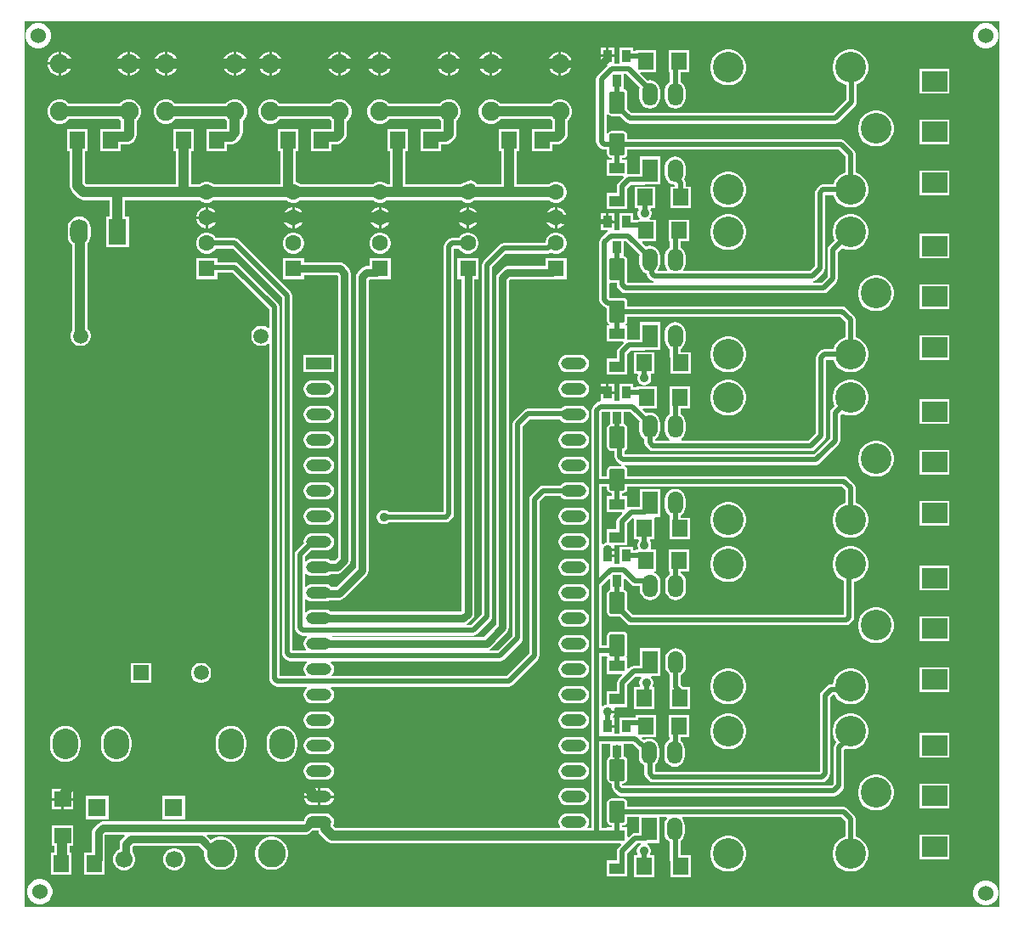
<source format=gtl>
G04*
G04 #@! TF.GenerationSoftware,Altium Limited,Altium Designer,21.3.2 (30)*
G04*
G04 Layer_Physical_Order=1*
G04 Layer_Color=255*
%FSTAX24Y24*%
%MOIN*%
G70*
G04*
G04 #@! TF.SameCoordinates,4F95F32B-0C25-4130-9E89-9C1B30D11028*
G04*
G04*
G04 #@! TF.FilePolarity,Positive*
G04*
G01*
G75*
%ADD22R,0.0610X0.0433*%
%ADD23R,0.0600X0.0650*%
G04:AMPARAMS|DCode=24|XSize=86.6mil|YSize=59.1mil|CornerRadius=7.4mil|HoleSize=0mil|Usage=FLASHONLY|Rotation=270.000|XOffset=0mil|YOffset=0mil|HoleType=Round|Shape=RoundedRectangle|*
%AMROUNDEDRECTD24*
21,1,0.0866,0.0443,0,0,270.0*
21,1,0.0719,0.0591,0,0,270.0*
1,1,0.0148,-0.0221,-0.0359*
1,1,0.0148,-0.0221,0.0359*
1,1,0.0148,0.0221,0.0359*
1,1,0.0148,0.0221,-0.0359*
%
%ADD24ROUNDEDRECTD24*%
%ADD25R,0.0650X0.0600*%
%ADD26R,0.0335X0.0472*%
%ADD27C,0.0200*%
%ADD52C,0.0300*%
%ADD53C,0.0400*%
%ADD54C,0.0600*%
%ADD55R,0.0591X0.0591*%
%ADD56C,0.0591*%
%ADD57R,0.0984X0.0472*%
%ADD58O,0.0984X0.0472*%
%ADD59C,0.0630*%
%ADD60R,0.0630X0.0630*%
%ADD61C,0.0750*%
%ADD62O,0.0700X0.1000*%
%ADD63R,0.0700X0.1000*%
%ADD64O,0.1000X0.1200*%
%ADD65R,0.0709X0.0709*%
%ADD66C,0.0669*%
%ADD67C,0.1100*%
%ADD68R,0.0600X0.0900*%
%ADD69O,0.0600X0.0900*%
%ADD70R,0.0984X0.0787*%
%ADD71C,0.1200*%
%ADD72C,0.0350*%
G36*
X07055Y022D02*
X0323D01*
Y05675D01*
X07055D01*
Y022D01*
D02*
G37*
%LPC*%
G36*
X032915Y056694D02*
X032785D01*
X032659Y05666D01*
X032547Y056595D01*
X032455Y056503D01*
X03239Y056391D01*
X032356Y056265D01*
Y056135D01*
X03239Y056009D01*
X032455Y055897D01*
X032547Y055805D01*
X032659Y05574D01*
X032785Y055706D01*
X032915D01*
X033041Y05574D01*
X033153Y055805D01*
X033245Y055897D01*
X03331Y056009D01*
X033344Y056135D01*
Y056265D01*
X03331Y056391D01*
X033245Y056503D01*
X033153Y056595D01*
X033041Y05666D01*
X032915Y056694D01*
D02*
G37*
G36*
X07007Y056688D02*
X06994D01*
X069815Y056655D01*
X069702Y05659D01*
X06961Y056498D01*
X069545Y056385D01*
X069511Y05626D01*
Y05613D01*
X069545Y056004D01*
X06961Y055892D01*
X069702Y0558D01*
X069815Y055735D01*
X06994Y055701D01*
X07007D01*
X070196Y055735D01*
X070308Y0558D01*
X0704Y055892D01*
X070465Y056004D01*
X070499Y05613D01*
Y05626D01*
X070465Y056385D01*
X0704Y056498D01*
X070308Y05659D01*
X070196Y056655D01*
X07007Y056688D01*
D02*
G37*
G36*
X055429Y055736D02*
X055212D01*
Y05545D01*
X055429D01*
Y055736D01*
D02*
G37*
G36*
X055112D02*
X054895D01*
Y05545D01*
X055112D01*
Y055736D01*
D02*
G37*
G36*
X049008Y055575D02*
X048995D01*
Y05515D01*
X04942D01*
Y055163D01*
X049388Y055283D01*
X049325Y055392D01*
X049237Y05548D01*
X049128Y055543D01*
X049008Y055575D01*
D02*
G37*
G36*
X053373D02*
X05336D01*
Y05515D01*
X053785D01*
Y055163D01*
X053753Y055283D01*
X05369Y055392D01*
X053602Y05548D01*
X053493Y055543D01*
X053373Y055575D01*
D02*
G37*
G36*
X050663D02*
X05065D01*
Y05515D01*
X051075D01*
Y055163D01*
X051043Y055283D01*
X05098Y055392D01*
X050892Y05548D01*
X050783Y055543D01*
X050663Y055575D01*
D02*
G37*
G36*
X044718D02*
X044705D01*
Y05515D01*
X04513D01*
Y055163D01*
X045098Y055283D01*
X045035Y055392D01*
X044947Y05548D01*
X044838Y055543D01*
X044718Y055575D01*
D02*
G37*
G36*
X042008D02*
X041995D01*
Y05515D01*
X04242D01*
Y055163D01*
X042388Y055283D01*
X042325Y055392D01*
X042237Y05548D01*
X042128Y055543D01*
X042008Y055575D01*
D02*
G37*
G36*
X040623D02*
X04061D01*
Y05515D01*
X041035D01*
Y055163D01*
X041003Y055283D01*
X04094Y055392D01*
X040852Y05548D01*
X040743Y055543D01*
X040623Y055575D01*
D02*
G37*
G36*
X037913D02*
X0379D01*
Y05515D01*
X038325D01*
Y055163D01*
X038293Y055283D01*
X03823Y055392D01*
X038142Y05548D01*
X038033Y055543D01*
X037913Y055575D01*
D02*
G37*
G36*
X036458D02*
X036445D01*
Y05515D01*
X03687D01*
Y055163D01*
X036838Y055283D01*
X036775Y055392D01*
X036687Y05548D01*
X036578Y055543D01*
X036458Y055575D01*
D02*
G37*
G36*
X033748D02*
X033735D01*
Y05515D01*
X03416D01*
Y055163D01*
X034128Y055283D01*
X034065Y055392D01*
X033977Y05548D01*
X033868Y055543D01*
X033748Y055575D01*
D02*
G37*
G36*
X046298D02*
X046285D01*
Y05515D01*
X04671D01*
Y055163D01*
X046678Y055283D01*
X046615Y055392D01*
X046527Y05548D01*
X046418Y055543D01*
X046298Y055575D01*
D02*
G37*
G36*
X048895D02*
X048882D01*
X048762Y055543D01*
X048653Y05548D01*
X048565Y055392D01*
X048502Y055283D01*
X04847Y055163D01*
Y05515D01*
X048895D01*
Y055575D01*
D02*
G37*
G36*
X05326D02*
X053247D01*
X053127Y055543D01*
X053018Y05548D01*
X05293Y055392D01*
X052867Y055283D01*
X052835Y055163D01*
Y05515D01*
X05326D01*
Y055575D01*
D02*
G37*
G36*
X05055D02*
X050537D01*
X050417Y055543D01*
X050308Y05548D01*
X05022Y055392D01*
X050157Y055283D01*
X050125Y055163D01*
Y05515D01*
X05055D01*
Y055575D01*
D02*
G37*
G36*
X044605D02*
X044592D01*
X044472Y055543D01*
X044363Y05548D01*
X044275Y055392D01*
X044212Y055283D01*
X04418Y055163D01*
Y05515D01*
X044605D01*
Y055575D01*
D02*
G37*
G36*
X041895D02*
X041882D01*
X041762Y055543D01*
X041653Y05548D01*
X041565Y055392D01*
X041502Y055283D01*
X04147Y055163D01*
Y05515D01*
X041895D01*
Y055575D01*
D02*
G37*
G36*
X04051D02*
X040497D01*
X040377Y055543D01*
X040268Y05548D01*
X04018Y055392D01*
X040117Y055283D01*
X040085Y055163D01*
Y05515D01*
X04051D01*
Y055575D01*
D02*
G37*
G36*
X0378D02*
X037787D01*
X037667Y055543D01*
X037558Y05548D01*
X03747Y055392D01*
X037407Y055283D01*
X037375Y055163D01*
Y05515D01*
X0378D01*
Y055575D01*
D02*
G37*
G36*
X036345D02*
X036332D01*
X036212Y055543D01*
X036103Y05548D01*
X036015Y055392D01*
X035952Y055283D01*
X03592Y055163D01*
Y05515D01*
X036345D01*
Y055575D01*
D02*
G37*
G36*
X033635D02*
X033622D01*
X033502Y055543D01*
X033393Y05548D01*
X033305Y055392D01*
X033242Y055283D01*
X03321Y055163D01*
Y05515D01*
X033635D01*
Y055575D01*
D02*
G37*
G36*
X046185D02*
X046172D01*
X046052Y055543D01*
X045943Y05548D01*
X045855Y055392D01*
X045792Y055283D01*
X04576Y055163D01*
Y05515D01*
X046185D01*
Y055575D01*
D02*
G37*
G36*
X056187Y055734D02*
X055653D01*
Y055104D01*
X055429D01*
Y05535D01*
X055162D01*
X054895D01*
Y055064D01*
X055151D01*
X055171Y055014D01*
X054786Y054628D01*
X054741Y054562D01*
X054726Y054484D01*
Y05204D01*
X054741Y051962D01*
X054786Y051896D01*
X054903Y051779D01*
X054903Y051779D01*
X054969Y051735D01*
X055047Y051719D01*
X055151D01*
Y051564D01*
X055165Y051496D01*
X055203Y051439D01*
X055261Y0514D01*
X055329Y051387D01*
X055346D01*
Y051317D01*
X055138D01*
Y050683D01*
X05578D01*
X055799Y050637D01*
X055604Y050442D01*
X05556Y050376D01*
X055544Y050298D01*
Y050017D01*
X055138D01*
Y049383D01*
X055948D01*
Y049797D01*
X055952Y049817D01*
Y050214D01*
X056084Y050346D01*
X056628D01*
X056648Y05035D01*
X057228D01*
Y05145D01*
X056428D01*
Y050754D01*
X056D01*
X056Y050754D01*
X055987Y050751D01*
X055948Y050783D01*
Y051317D01*
X055754D01*
Y051387D01*
X055771D01*
X055839Y0514D01*
X055897Y051439D01*
X055935Y051496D01*
X055949Y051564D01*
Y051719D01*
X064242D01*
X064496Y051466D01*
Y050823D01*
X064496Y050823D01*
X064368Y05077D01*
X064254Y050694D01*
X064156Y050596D01*
X06408Y050482D01*
X064027Y050354D01*
X064027Y050354D01*
X063622D01*
X063544Y050338D01*
X063478Y050294D01*
X063478Y050294D01*
X063361Y050177D01*
X063317Y050111D01*
X063301Y050033D01*
Y04714D01*
X063116Y046954D01*
X058168D01*
X058143Y047004D01*
X058177Y047048D01*
X058218Y047146D01*
X058232Y04725D01*
Y04755D01*
X058218Y047654D01*
X058177Y047752D01*
X058113Y047835D01*
X058032Y047898D01*
Y048125D01*
X058378D01*
Y048975D01*
X057578D01*
Y048125D01*
X057624D01*
Y047898D01*
X057543Y047835D01*
X057479Y047752D01*
X057438Y047654D01*
X057425Y04755D01*
Y04725D01*
X057438Y047146D01*
X057479Y047048D01*
X057513Y047004D01*
X057488Y046954D01*
X057168D01*
X057143Y047004D01*
X057177Y047048D01*
X057218Y047146D01*
X057232Y04725D01*
Y04755D01*
X057218Y047654D01*
X057177Y047752D01*
X057113Y047835D01*
X05703Y047899D01*
X056932Y04794D01*
X056828Y047953D01*
X056724Y04794D01*
X056685Y047924D01*
X05653Y048079D01*
X056549Y048125D01*
X057078D01*
Y048975D01*
X056845D01*
X056824Y049025D01*
X05685Y049051D01*
X056886Y049114D01*
X056905Y049184D01*
Y049256D01*
X056886Y049326D01*
X056858Y049375D01*
X056874Y049414D01*
X056885Y049425D01*
X05703D01*
Y050275D01*
X05623D01*
Y049425D01*
X056375D01*
X056386Y049414D01*
X056402Y049375D01*
X056374Y049326D01*
X056355Y049256D01*
Y049184D01*
X056374Y049114D01*
X05641Y049051D01*
X056432Y049029D01*
X056411Y048979D01*
X056187D01*
Y049226D01*
X055653D01*
Y048554D01*
X055605Y048548D01*
X055476D01*
X055429Y048556D01*
X055429Y048598D01*
Y048842D01*
X055162D01*
Y048892D01*
D01*
Y048842D01*
X054895D01*
Y048556D01*
X055165D01*
X05518Y048506D01*
X055154Y048488D01*
X054911Y048245D01*
X054866Y048179D01*
X054851Y048101D01*
Y045822D01*
X054866Y045744D01*
X054911Y045677D01*
X055028Y04556D01*
X055028Y04556D01*
X055094Y045516D01*
X055151Y045505D01*
Y045014D01*
X055165Y044946D01*
X055203Y044889D01*
X055236Y044867D01*
X055221Y044817D01*
X055138D01*
Y044183D01*
X05578D01*
X055799Y044137D01*
X055604Y043942D01*
X05556Y043876D01*
X055544Y043798D01*
Y043517D01*
X055138D01*
Y042883D01*
X055948D01*
Y043297D01*
X055952Y043317D01*
Y043714D01*
X056084Y043846D01*
X056628D01*
X056648Y04385D01*
X057228D01*
Y04495D01*
X056428D01*
Y044254D01*
X056D01*
X056Y044254D01*
X055987Y044251D01*
X055948Y044283D01*
Y044817D01*
X055879D01*
X055864Y044867D01*
X055897Y044889D01*
X055935Y044946D01*
X055949Y045014D01*
Y045169D01*
X064292D01*
X064496Y044966D01*
Y044358D01*
X064496Y044358D01*
X064368Y044305D01*
X064254Y044229D01*
X064156Y044131D01*
X06408Y044017D01*
X064027Y043889D01*
X064027Y043889D01*
X063667D01*
X063589Y043873D01*
X063523Y043829D01*
X063523Y043829D01*
X063406Y043712D01*
X063362Y043646D01*
X063346Y043568D01*
Y040584D01*
X063066Y040304D01*
X058069D01*
X058062Y040313D01*
X05807Y040381D01*
X058113Y040415D01*
X058177Y040498D01*
X058218Y040596D01*
X058232Y0407D01*
Y041D01*
X058218Y041104D01*
X058177Y041202D01*
X058113Y041285D01*
X058032Y041348D01*
Y041575D01*
X0584D01*
Y042425D01*
X0576D01*
Y041575D01*
X057624D01*
Y041348D01*
X057543Y041285D01*
X057479Y041202D01*
X057438Y041104D01*
X057425Y041D01*
Y0407D01*
X057438Y040596D01*
X057479Y040498D01*
X057543Y040415D01*
X057586Y040381D01*
X057594Y040313D01*
X057587Y040304D01*
X057032D01*
Y040352D01*
X057113Y040415D01*
X057177Y040498D01*
X057218Y040596D01*
X057232Y0407D01*
Y041D01*
X057218Y041104D01*
X057177Y041202D01*
X057113Y041285D01*
X05703Y041349D01*
X056932Y04139D01*
X056828Y041403D01*
X056724Y04139D01*
X0567Y04138D01*
X056552Y041529D01*
X056571Y041575D01*
X0571D01*
Y042425D01*
X0563D01*
Y042394D01*
X056187D01*
Y042526D01*
X055653D01*
Y041854D01*
X055605Y041848D01*
X055476D01*
X055429Y041856D01*
X055429Y041898D01*
Y042142D01*
X055162D01*
X054895D01*
Y041895D01*
X054894Y041856D01*
X054851Y04184D01*
X054816Y041832D01*
X05475Y041788D01*
X054606Y041644D01*
X054562Y041578D01*
X054546Y0415D01*
Y0387D01*
Y034696D01*
Y032057D01*
Y0286D01*
Y025103D01*
X054412D01*
X05439Y025147D01*
X0544Y025161D01*
X054433Y025242D01*
X054445Y02533D01*
X054433Y025418D01*
X0544Y0255D01*
X054346Y02557D01*
X054275Y025624D01*
X054194Y025658D01*
X054106Y025669D01*
X053594D01*
X053506Y025658D01*
X053425Y025624D01*
X053354Y02557D01*
X0533Y0255D01*
X053267Y025418D01*
X053255Y02533D01*
X053267Y025242D01*
X0533Y025161D01*
X053315Y025141D01*
X053293Y025096D01*
X044512D01*
X044422Y025186D01*
Y025216D01*
X044433Y025242D01*
X044445Y02533D01*
X044433Y025418D01*
X0444Y0255D01*
X044346Y02557D01*
X044275Y025624D01*
X044194Y025658D01*
X044106Y025669D01*
X043594D01*
X043506Y025658D01*
X043425Y025624D01*
X043354Y02557D01*
X0433Y0255D01*
X043267Y025418D01*
X043263Y025391D01*
X043227Y025355D01*
X035376D01*
X035278Y025336D01*
X035196Y02528D01*
X03502Y025104D01*
X034964Y025022D01*
X034945Y024924D01*
Y024125D01*
X03465D01*
Y023275D01*
X03545D01*
Y023825D01*
X035455Y02385D01*
Y024819D01*
X035481Y024845D01*
X036226D01*
X036247Y024795D01*
X036106Y024655D01*
X036051Y024572D01*
X036031Y024474D01*
Y024265D01*
X035949Y024218D01*
X035868Y024137D01*
X035811Y024038D01*
X035781Y023927D01*
Y023813D01*
X035811Y023702D01*
X035868Y023603D01*
X035949Y023522D01*
X036048Y023465D01*
X036159Y023435D01*
X036273D01*
X036384Y023465D01*
X036483Y023522D01*
X036564Y023603D01*
X036621Y023702D01*
X03665Y023813D01*
Y023927D01*
X036621Y024038D01*
X036564Y024137D01*
X036541Y024159D01*
Y024369D01*
X036568Y024395D01*
X039133D01*
X039352Y024175D01*
X03935Y024164D01*
Y024036D01*
X039375Y02391D01*
X039424Y023792D01*
X039495Y023686D01*
X039586Y023595D01*
X039692Y023524D01*
X03981Y023475D01*
X039936Y02345D01*
X040064D01*
X04019Y023475D01*
X040308Y023524D01*
X040414Y023595D01*
X040505Y023686D01*
X040576Y023792D01*
X040625Y02391D01*
X04065Y024036D01*
Y024164D01*
X040625Y02429D01*
X040576Y024408D01*
X040505Y024514D01*
X040414Y024605D01*
X040308Y024676D01*
X04019Y024725D01*
X040064Y02475D01*
X039936D01*
X03981Y024725D01*
X039692Y024676D01*
X03962Y024628D01*
X039453Y024795D01*
X039474Y024845D01*
X043332D01*
X04343Y024864D01*
X043512Y02492D01*
X043585Y024992D01*
X043594Y024991D01*
X043826D01*
X043827Y024982D01*
X043858Y024909D01*
X043906Y024846D01*
X044172Y02458D01*
X044235Y024532D01*
X044308Y024502D01*
X044386Y024491D01*
X044386Y024491D01*
X054328D01*
X054374Y024497D01*
X055138D01*
Y024483D01*
X05568D01*
X055699Y024437D01*
X055604Y024342D01*
X05556Y024276D01*
X055544Y024198D01*
Y023817D01*
X055138D01*
Y023183D01*
X055948D01*
Y023597D01*
X055952Y023617D01*
Y024114D01*
X056334Y024496D01*
X056463D01*
X056476Y024446D01*
X056431Y02442D01*
X05638Y024369D01*
X056344Y024306D01*
X056325Y024236D01*
Y024164D01*
X056344Y024094D01*
X056355Y024075D01*
X056326Y024025D01*
X056218D01*
Y023175D01*
X057018D01*
Y024025D01*
X056874D01*
X056845Y024075D01*
X056856Y024094D01*
X056875Y024164D01*
Y024236D01*
X056856Y024306D01*
X05682Y024369D01*
X056769Y02442D01*
X056717Y02445D01*
X056728Y0245D01*
X0572D01*
Y025519D01*
X057481D01*
X057502Y025469D01*
X057451Y025402D01*
X05741Y025304D01*
X057397Y0252D01*
Y0249D01*
X05741Y024796D01*
X057451Y024698D01*
X057515Y024615D01*
X057598Y024551D01*
X057624Y02454D01*
Y023835D01*
X057638Y023765D01*
Y023175D01*
X058438D01*
Y024025D01*
X058032D01*
Y024574D01*
X058085Y024615D01*
X058149Y024698D01*
X05819Y024796D01*
X058203Y0249D01*
Y0252D01*
X05819Y025304D01*
X058149Y025402D01*
X058098Y025469D01*
X058119Y025519D01*
X064342D01*
X064496Y025366D01*
Y024758D01*
X064496Y024758D01*
X064368Y024705D01*
X064254Y024629D01*
X064156Y024531D01*
X06408Y024417D01*
X064027Y024289D01*
X064Y024154D01*
Y024016D01*
X064027Y023881D01*
X06408Y023753D01*
X064156Y023639D01*
X064254Y023541D01*
X064368Y023465D01*
X064496Y023412D01*
X064631Y023385D01*
X064769D01*
X064904Y023412D01*
X065032Y023465D01*
X065146Y023541D01*
X065244Y023639D01*
X06532Y023753D01*
X065373Y023881D01*
X0654Y024016D01*
Y024154D01*
X065373Y024289D01*
X06532Y024417D01*
X065244Y024531D01*
X065146Y024629D01*
X065032Y024705D01*
X064904Y024758D01*
X064904Y024758D01*
Y02545D01*
X064888Y025528D01*
X064844Y025594D01*
X064844Y025594D01*
X064571Y025867D01*
X064505Y025912D01*
X064427Y025927D01*
X055949D01*
Y026082D01*
X055935Y02615D01*
X055897Y026208D01*
X055839Y026246D01*
X055771Y02626D01*
X055329D01*
X055261Y026246D01*
X055203Y026208D01*
X055165Y02615D01*
X055151Y026082D01*
Y025364D01*
X055165Y025296D01*
X055203Y025239D01*
X055261Y0252D01*
X055329Y025187D01*
X055346D01*
Y025117D01*
X055138D01*
Y025103D01*
X054954D01*
Y028396D01*
X055281D01*
Y027904D01*
X055261Y0279D01*
X055203Y027861D01*
X055165Y027804D01*
X055151Y027736D01*
Y027018D01*
X055165Y02695D01*
X055203Y026892D01*
X055261Y026854D01*
X055329Y02684D01*
X055346D01*
Y0267D01*
X055362Y026622D01*
X055406Y026556D01*
X055556Y026406D01*
X055622Y026362D01*
X0557Y026346D01*
X0557Y026346D01*
X06405D01*
X064128Y026362D01*
X064194Y026406D01*
X0644Y026611D01*
X064444Y026678D01*
X06446Y026756D01*
X06446Y026756D01*
Y02818D01*
X064471Y02819D01*
X064498Y028211D01*
X064631Y028185D01*
X064769D01*
X064904Y028212D01*
X065032Y028265D01*
X065146Y028341D01*
X065244Y028439D01*
X06532Y028553D01*
X065373Y028681D01*
X0654Y028816D01*
Y028954D01*
X065373Y029089D01*
X06532Y029217D01*
X065244Y029331D01*
X065146Y029429D01*
X065032Y029505D01*
X064904Y029558D01*
X064769Y029585D01*
X064631D01*
X064496Y029558D01*
X064368Y029505D01*
X064254Y029429D01*
X064156Y029331D01*
X06408Y029217D01*
X064027Y029089D01*
X064Y028954D01*
Y028816D01*
X064027Y028681D01*
X06408Y028553D01*
X064149Y02845D01*
X064111Y028412D01*
X064067Y028346D01*
X064052Y028268D01*
Y02684D01*
X063966Y026754D01*
X055784D01*
X055754Y026784D01*
Y02684D01*
X055771D01*
X055839Y026854D01*
X055897Y026892D01*
X055935Y02695D01*
X055949Y027018D01*
Y027736D01*
X055935Y027804D01*
X055897Y027861D01*
X055839Y0279D01*
X055815Y027905D01*
Y028396D01*
X056166D01*
X056357Y028205D01*
X056397Y028178D01*
Y0279D01*
X05641Y027796D01*
X056451Y027698D01*
X056515Y027615D01*
X056598Y027551D01*
X056624Y02754D01*
Y027217D01*
X05664Y027139D01*
X056684Y027073D01*
X056801Y026956D01*
X056801Y026956D01*
X056867Y026912D01*
X056945Y026896D01*
X063583D01*
X063661Y026912D01*
X063727Y026956D01*
X063844Y027073D01*
X063844Y027073D01*
X063888Y027139D01*
X063904Y027217D01*
Y030216D01*
X064023Y030335D01*
X064073D01*
X06408Y030318D01*
X064156Y030204D01*
X064254Y030106D01*
X064368Y03003D01*
X064496Y029977D01*
X064631Y02995D01*
X064769D01*
X064904Y029977D01*
X065032Y03003D01*
X065146Y030106D01*
X065244Y030204D01*
X06532Y030318D01*
X065373Y030446D01*
X0654Y030581D01*
Y030719D01*
X065373Y030854D01*
X06532Y030982D01*
X065244Y031096D01*
X065146Y031194D01*
X065032Y03127D01*
X064904Y031323D01*
X064769Y03135D01*
X064631D01*
X064496Y031323D01*
X064368Y03127D01*
X064254Y031194D01*
X064156Y031096D01*
X06408Y030982D01*
X064027Y030854D01*
X064005Y030743D01*
X063939D01*
X063861Y030727D01*
X063794Y030683D01*
X063556Y030444D01*
X063512Y030378D01*
X063496Y0303D01*
Y027304D01*
X057032D01*
Y027574D01*
X057085Y027615D01*
X057149Y027698D01*
X05719Y027796D01*
X057203Y0279D01*
Y0282D01*
X05719Y028304D01*
X057149Y028402D01*
X057085Y028485D01*
X057002Y028549D01*
X056904Y02859D01*
X0568Y028603D01*
X056696Y02859D01*
X056598Y028549D01*
X056593Y028545D01*
X05651Y028629D01*
X056529Y028675D01*
X057078D01*
Y029525D01*
X056278D01*
Y029444D01*
X05592D01*
X055842Y029428D01*
X055839Y029426D01*
X055653D01*
Y028804D01*
X055429D01*
Y029042D01*
X055162D01*
Y029142D01*
X055429D01*
Y029428D01*
X055411D01*
X055391Y029478D01*
X055407Y029494D01*
X055443Y029557D01*
X055458Y029613D01*
X055187D01*
Y029713D01*
X055458D01*
X055443Y029769D01*
X055435Y029783D01*
X055464Y029833D01*
X055948D01*
Y030248D01*
X055952Y030267D01*
Y030483D01*
X055954Y030493D01*
Y030716D01*
X056284Y031046D01*
X056486D01*
X056507Y030996D01*
X05648Y030969D01*
X056444Y030906D01*
X056425Y030836D01*
Y030764D01*
X056444Y030694D01*
X056455Y030675D01*
X056426Y030625D01*
X0562D01*
Y029775D01*
X057D01*
Y030625D01*
X056974D01*
X056945Y030675D01*
X056956Y030694D01*
X056975Y030764D01*
Y030836D01*
X056956Y030906D01*
X05692Y030969D01*
X056889Y031D01*
X05691Y03105D01*
X05725D01*
Y03215D01*
X05645D01*
Y031454D01*
X0562D01*
X056122Y031438D01*
X056056Y031394D01*
X055994Y031333D01*
X055948Y031352D01*
Y031767D01*
X055942D01*
X055915Y031817D01*
X055935Y031846D01*
X055949Y031914D01*
Y032632D01*
X055935Y0327D01*
X055897Y032758D01*
X055839Y032796D01*
X055771Y03281D01*
X055329D01*
X055261Y032796D01*
X055203Y032758D01*
X055165Y0327D01*
X055151Y032632D01*
Y032254D01*
X054954D01*
Y034612D01*
X055234Y034892D01*
X055281Y034873D01*
Y034472D01*
X055244Y034439D01*
X055203Y034411D01*
X055165Y034354D01*
X055151Y034286D01*
Y033568D01*
X055165Y0335D01*
X055203Y033442D01*
X055261Y033404D01*
X055329Y03339D01*
X05566D01*
X055935Y033116D01*
X056001Y033072D01*
X056079Y033056D01*
X064533D01*
X064611Y033072D01*
X064677Y033116D01*
X064794Y033233D01*
X064794Y033233D01*
X064838Y033299D01*
X064854Y033377D01*
Y034767D01*
X064904Y034777D01*
X065032Y03483D01*
X065146Y034906D01*
X065244Y035004D01*
X06532Y035118D01*
X065373Y035246D01*
X0654Y035381D01*
Y035519D01*
X065373Y035654D01*
X06532Y035782D01*
X065244Y035896D01*
X065146Y035994D01*
X065032Y03607D01*
X064904Y036123D01*
X064769Y03615D01*
X064631D01*
X064496Y036123D01*
X064368Y03607D01*
X064254Y035994D01*
X064156Y035896D01*
X06408Y035782D01*
X064027Y035654D01*
X064Y035519D01*
Y035381D01*
X064027Y035246D01*
X06408Y035118D01*
X064156Y035004D01*
X064254Y034906D01*
X064368Y03483D01*
X064446Y034797D01*
Y033464D01*
X056163D01*
X055949Y033679D01*
Y034286D01*
X055935Y034354D01*
X055897Y034411D01*
X055853Y034441D01*
X055815Y034472D01*
Y034873D01*
X055862Y034892D01*
X056106Y034648D01*
X056172Y034604D01*
X05625Y034588D01*
X056447D01*
Y03445D01*
X05646Y034346D01*
X056501Y034248D01*
X056565Y034165D01*
X056648Y034101D01*
X056746Y03406D01*
X05685Y034047D01*
X056954Y03406D01*
X057052Y034101D01*
X057135Y034165D01*
X057199Y034248D01*
X05724Y034346D01*
X057253Y03445D01*
Y03475D01*
X05724Y034854D01*
X057199Y034952D01*
X057135Y035035D01*
X057052Y035099D01*
X05699Y035125D01*
X057Y035175D01*
X057078D01*
Y036025D01*
X056892D01*
X056863Y036075D01*
X056874Y036094D01*
X056893Y036164D01*
Y036236D01*
X056874Y036306D01*
X056838Y036369D01*
X056832Y036375D01*
X056846Y036425D01*
X057D01*
Y03725D01*
X057Y037275D01*
X05704Y0373D01*
X057228D01*
Y0384D01*
X056428D01*
Y037704D01*
X0561D01*
X056022Y037688D01*
X055998Y037673D01*
X055948Y037699D01*
Y038117D01*
X055754D01*
Y038237D01*
X055771D01*
X055839Y03825D01*
X055897Y038289D01*
X055935Y038346D01*
X055949Y038414D01*
Y038496D01*
X064366D01*
X064496Y038366D01*
Y037858D01*
X064496Y037858D01*
X064368Y037805D01*
X064254Y037729D01*
X064156Y037631D01*
X06408Y037517D01*
X064027Y037389D01*
X064Y037254D01*
Y037116D01*
X064027Y036981D01*
X06408Y036853D01*
X064156Y036739D01*
X064254Y036641D01*
X064368Y036565D01*
X064496Y036512D01*
X064631Y036485D01*
X064769D01*
X064904Y036512D01*
X065032Y036565D01*
X065146Y036641D01*
X065244Y036739D01*
X06532Y036853D01*
X065373Y036981D01*
X0654Y037116D01*
Y037254D01*
X065373Y037389D01*
X06532Y037517D01*
X065244Y037631D01*
X065146Y037729D01*
X065032Y037805D01*
X064904Y037858D01*
X064904Y037858D01*
Y03845D01*
X064888Y038528D01*
X064844Y038594D01*
X064594Y038844D01*
X064528Y038888D01*
X06445Y038904D01*
X055949D01*
Y039132D01*
X055935Y0392D01*
X055897Y039258D01*
X055839Y039296D01*
X055845Y039346D01*
X06335D01*
X063428Y039362D01*
X063494Y039406D01*
X064243Y040155D01*
X064243Y040155D01*
X064287Y040221D01*
X064303Y040299D01*
X064303Y040299D01*
Y041299D01*
X064368Y041365D01*
X064368Y041365D01*
X064496Y041312D01*
X064631Y041285D01*
X064769D01*
X064904Y041312D01*
X065032Y041365D01*
X065146Y041441D01*
X065244Y041539D01*
X06532Y041653D01*
X065373Y041781D01*
X0654Y041916D01*
Y042054D01*
X065373Y042189D01*
X06532Y042317D01*
X065244Y042431D01*
X065146Y042529D01*
X065032Y042605D01*
X064904Y042658D01*
X064769Y042685D01*
X064631D01*
X064496Y042658D01*
X064368Y042605D01*
X064254Y042529D01*
X064156Y042431D01*
X06408Y042317D01*
X064027Y042189D01*
X064Y042054D01*
Y041916D01*
X064027Y041781D01*
X06408Y041653D01*
X06408Y041653D01*
X063955Y041528D01*
X063911Y041462D01*
X063895Y041384D01*
Y040383D01*
X063266Y039754D01*
X055854D01*
Y039913D01*
X055897Y039942D01*
X055935Y04D01*
X055949Y040068D01*
Y040786D01*
X055935Y040854D01*
X055897Y040911D01*
X055839Y04095D01*
X055815Y040955D01*
Y04144D01*
X056064D01*
X056434Y04107D01*
X056425Y041D01*
Y0407D01*
X056438Y040596D01*
X056479Y040498D01*
X056543Y040415D01*
X056624Y040352D01*
Y040217D01*
X05664Y040139D01*
X056684Y040073D01*
X056801Y039956D01*
X056801Y039956D01*
X056867Y039912D01*
X056945Y039896D01*
X06315D01*
X063228Y039912D01*
X063294Y039956D01*
X063694Y040356D01*
X063738Y040422D01*
X063754Y0405D01*
Y043481D01*
X064027D01*
X064027Y043481D01*
X06408Y043353D01*
X064156Y043239D01*
X064254Y043141D01*
X064368Y043065D01*
X064496Y043012D01*
X064631Y042985D01*
X064769D01*
X064904Y043012D01*
X065032Y043065D01*
X065146Y043141D01*
X065244Y043239D01*
X06532Y043353D01*
X065373Y043481D01*
X0654Y043616D01*
Y043754D01*
X065373Y043889D01*
X06532Y044017D01*
X065244Y044131D01*
X065146Y044229D01*
X065032Y044305D01*
X064904Y044358D01*
X064904Y044358D01*
Y04505D01*
X064888Y045128D01*
X064844Y045194D01*
X064521Y045517D01*
X064455Y045562D01*
X064377Y045577D01*
X055949D01*
Y045732D01*
X055935Y0458D01*
X055897Y045858D01*
X055839Y045896D01*
X055771Y04591D01*
X055329D01*
X055322Y045908D01*
X055259D01*
Y046453D01*
X055309Y046494D01*
X055329Y04649D01*
X055541D01*
Y046417D01*
X055557Y046339D01*
X055601Y046273D01*
X055718Y046156D01*
X055718Y046156D01*
X055784Y046112D01*
X055862Y046096D01*
X06365D01*
X063728Y046112D01*
X063794Y046156D01*
X064144Y046506D01*
X064188Y046572D01*
X064204Y04665D01*
Y047701D01*
X064368Y047865D01*
X064368Y047865D01*
X064496Y047812D01*
X064631Y047785D01*
X064769D01*
X064904Y047812D01*
X065032Y047865D01*
X065146Y047941D01*
X065244Y048039D01*
X06532Y048153D01*
X065373Y048281D01*
X0654Y048416D01*
Y048554D01*
X065373Y048689D01*
X06532Y048817D01*
X065244Y048931D01*
X065146Y049029D01*
X065032Y049105D01*
X064904Y049158D01*
X064769Y049185D01*
X064631D01*
X064496Y049158D01*
X064368Y049105D01*
X064254Y049029D01*
X064156Y048931D01*
X06408Y048817D01*
X064027Y048689D01*
X064Y048554D01*
Y048416D01*
X064027Y048281D01*
X06408Y048153D01*
X06408Y048153D01*
X063856Y047929D01*
X063812Y047863D01*
X063796Y047785D01*
Y046734D01*
X063566Y046504D01*
X063244D01*
X063239Y046554D01*
X063278Y046562D01*
X063344Y046606D01*
X063649Y046911D01*
X063693Y046977D01*
X063709Y047055D01*
Y049946D01*
X064027D01*
X064027Y049946D01*
X06408Y049818D01*
X064156Y049704D01*
X064254Y049606D01*
X064368Y04953D01*
X064496Y049477D01*
X064631Y04945D01*
X064769D01*
X064904Y049477D01*
X065032Y04953D01*
X065146Y049606D01*
X065244Y049704D01*
X06532Y049818D01*
X065373Y049946D01*
X0654Y050081D01*
Y050219D01*
X065373Y050354D01*
X06532Y050482D01*
X065244Y050596D01*
X065146Y050694D01*
X065032Y05077D01*
X064904Y050823D01*
X064904Y050823D01*
Y05155D01*
X064888Y051628D01*
X064844Y051694D01*
X064471Y052067D01*
X064405Y052112D01*
X064327Y052127D01*
X055949D01*
Y052282D01*
X055935Y05235D01*
X055897Y052408D01*
X055839Y052446D01*
X055771Y05246D01*
X055329D01*
X055261Y052446D01*
X055203Y052408D01*
X055184Y052378D01*
X055134Y052394D01*
Y053106D01*
X055184Y053122D01*
X055203Y053092D01*
X055261Y053054D01*
X055329Y05304D01*
X05566D01*
X055895Y052806D01*
X055961Y052762D01*
X056039Y052746D01*
X0641D01*
X064178Y052762D01*
X064244Y052806D01*
X064894Y053456D01*
X064938Y053522D01*
X064954Y0536D01*
Y054297D01*
X065032Y05433D01*
X065146Y054406D01*
X065244Y054504D01*
X06532Y054618D01*
X065373Y054746D01*
X0654Y054881D01*
Y055019D01*
X065373Y055154D01*
X06532Y055282D01*
X065244Y055396D01*
X065146Y055494D01*
X065032Y05557D01*
X064904Y055623D01*
X064769Y05565D01*
X064631D01*
X064496Y055623D01*
X064368Y05557D01*
X064254Y055494D01*
X064156Y055396D01*
X06408Y055282D01*
X064027Y055154D01*
X064Y055019D01*
Y054881D01*
X064027Y054746D01*
X06408Y054618D01*
X064156Y054504D01*
X064254Y054406D01*
X064368Y05433D01*
X064496Y054277D01*
X064546Y054267D01*
Y053684D01*
X064016Y053154D01*
X056123D01*
X055949Y053329D01*
Y053936D01*
X055935Y054004D01*
X055897Y054061D01*
X055839Y0541D01*
X055815Y054105D01*
Y054696D01*
X055916D01*
X056444Y054168D01*
X056438Y054154D01*
X056425Y05405D01*
Y05375D01*
X056438Y053646D01*
X056479Y053548D01*
X056543Y053465D01*
X056626Y053401D01*
X056724Y05336D01*
X056828Y053347D01*
X056932Y05336D01*
X05703Y053401D01*
X057113Y053465D01*
X057177Y053548D01*
X057218Y053646D01*
X057232Y05375D01*
Y05405D01*
X057218Y054154D01*
X057177Y054252D01*
X057113Y054335D01*
X05703Y054399D01*
X056932Y05444D01*
X056828Y054453D01*
X056746Y054443D01*
X05646Y054729D01*
X056479Y054775D01*
X057078D01*
Y055625D01*
X056278D01*
Y055602D01*
X056187D01*
Y055734D01*
D02*
G37*
G36*
X053785Y05505D02*
X05336D01*
Y054625D01*
X053373D01*
X053493Y054657D01*
X053602Y05472D01*
X05369Y054808D01*
X053753Y054917D01*
X053785Y055037D01*
Y05505D01*
D02*
G37*
G36*
X05326D02*
X052835D01*
Y055037D01*
X052867Y054917D01*
X05293Y054808D01*
X053018Y05472D01*
X053127Y054657D01*
X053247Y054625D01*
X05326D01*
Y05505D01*
D02*
G37*
G36*
X051075D02*
X05065D01*
Y054625D01*
X050663D01*
X050783Y054657D01*
X050892Y05472D01*
X05098Y054808D01*
X051043Y054917D01*
X051075Y055037D01*
Y05505D01*
D02*
G37*
G36*
X05055D02*
X050125D01*
Y055037D01*
X050157Y054917D01*
X05022Y054808D01*
X050308Y05472D01*
X050417Y054657D01*
X050537Y054625D01*
X05055D01*
Y05505D01*
D02*
G37*
G36*
X04942D02*
X048995D01*
Y054625D01*
X049008D01*
X049128Y054657D01*
X049237Y05472D01*
X049325Y054808D01*
X049388Y054917D01*
X04942Y055037D01*
Y05505D01*
D02*
G37*
G36*
X048895D02*
X04847D01*
Y055037D01*
X048502Y054917D01*
X048565Y054808D01*
X048653Y05472D01*
X048762Y054657D01*
X048882Y054625D01*
X048895D01*
Y05505D01*
D02*
G37*
G36*
X04671D02*
X046285D01*
Y054625D01*
X046298D01*
X046418Y054657D01*
X046527Y05472D01*
X046615Y054808D01*
X046678Y054917D01*
X04671Y055037D01*
Y05505D01*
D02*
G37*
G36*
X046185D02*
X04576D01*
Y055037D01*
X045792Y054917D01*
X045855Y054808D01*
X045943Y05472D01*
X046052Y054657D01*
X046172Y054625D01*
X046185D01*
Y05505D01*
D02*
G37*
G36*
X04513D02*
X044705D01*
Y054625D01*
X044718D01*
X044838Y054657D01*
X044947Y05472D01*
X045035Y054808D01*
X045098Y054917D01*
X04513Y055037D01*
Y05505D01*
D02*
G37*
G36*
X044605D02*
X04418D01*
Y055037D01*
X044212Y054917D01*
X044275Y054808D01*
X044363Y05472D01*
X044472Y054657D01*
X044592Y054625D01*
X044605D01*
Y05505D01*
D02*
G37*
G36*
X04242D02*
X041995D01*
Y054625D01*
X042008D01*
X042128Y054657D01*
X042237Y05472D01*
X042325Y054808D01*
X042388Y054917D01*
X04242Y055037D01*
Y05505D01*
D02*
G37*
G36*
X041895D02*
X04147D01*
Y055037D01*
X041502Y054917D01*
X041565Y054808D01*
X041653Y05472D01*
X041762Y054657D01*
X041882Y054625D01*
X041895D01*
Y05505D01*
D02*
G37*
G36*
X041035D02*
X04061D01*
Y054625D01*
X040623D01*
X040743Y054657D01*
X040852Y05472D01*
X04094Y054808D01*
X041003Y054917D01*
X041035Y055037D01*
Y05505D01*
D02*
G37*
G36*
X04051D02*
X040085D01*
Y055037D01*
X040117Y054917D01*
X04018Y054808D01*
X040268Y05472D01*
X040377Y054657D01*
X040497Y054625D01*
X04051D01*
Y05505D01*
D02*
G37*
G36*
X038325D02*
X0379D01*
Y054625D01*
X037913D01*
X038033Y054657D01*
X038142Y05472D01*
X03823Y054808D01*
X038293Y054917D01*
X038325Y055037D01*
Y05505D01*
D02*
G37*
G36*
X0378D02*
X037375D01*
Y055037D01*
X037407Y054917D01*
X03747Y054808D01*
X037558Y05472D01*
X037667Y054657D01*
X037787Y054625D01*
X0378D01*
Y05505D01*
D02*
G37*
G36*
X03687D02*
X036445D01*
Y054625D01*
X036458D01*
X036578Y054657D01*
X036687Y05472D01*
X036775Y054808D01*
X036838Y054917D01*
X03687Y055037D01*
Y05505D01*
D02*
G37*
G36*
X036345D02*
X03592D01*
Y055037D01*
X035952Y054917D01*
X036015Y054808D01*
X036103Y05472D01*
X036212Y054657D01*
X036332Y054625D01*
X036345D01*
Y05505D01*
D02*
G37*
G36*
X03416D02*
X033735D01*
Y054625D01*
X033748D01*
X033868Y054657D01*
X033977Y05472D01*
X034065Y054808D01*
X034128Y054917D01*
X03416Y055037D01*
Y05505D01*
D02*
G37*
G36*
X033635D02*
X03321D01*
Y055037D01*
X033242Y054917D01*
X033305Y054808D01*
X033393Y05472D01*
X033502Y054657D01*
X033622Y054625D01*
X033635D01*
Y05505D01*
D02*
G37*
G36*
X059969Y05565D02*
X059831D01*
X059696Y055623D01*
X059568Y05557D01*
X059454Y055494D01*
X059356Y055396D01*
X05928Y055282D01*
X059227Y055154D01*
X0592Y055019D01*
Y054881D01*
X059227Y054746D01*
X05928Y054618D01*
X059356Y054504D01*
X059454Y054406D01*
X059568Y05433D01*
X059696Y054277D01*
X059831Y05425D01*
X059969D01*
X060104Y054277D01*
X060232Y05433D01*
X060346Y054406D01*
X060444Y054504D01*
X06052Y054618D01*
X060573Y054746D01*
X0606Y054881D01*
Y055019D01*
X060573Y055154D01*
X06052Y055282D01*
X060444Y055396D01*
X060346Y055494D01*
X060232Y05557D01*
X060104Y055623D01*
X059969Y05565D01*
D02*
G37*
G36*
X068592Y054904D02*
X067408D01*
Y053916D01*
X068592D01*
Y054904D01*
D02*
G37*
G36*
X053373Y053695D02*
X053247D01*
X053127Y053663D01*
X053018Y0536D01*
X052941Y053523D01*
X050969D01*
X050892Y0536D01*
X050783Y053663D01*
X050663Y053695D01*
X050537D01*
X050417Y053663D01*
X050308Y0536D01*
X05022Y053512D01*
X050157Y053403D01*
X050125Y053283D01*
Y053157D01*
X050157Y053037D01*
X05022Y052928D01*
X050308Y05284D01*
X050417Y052777D01*
X050537Y052745D01*
X050663D01*
X050783Y052777D01*
X050892Y05284D01*
X050969Y052917D01*
X052941D01*
X053007Y052851D01*
Y052528D01*
X052705D01*
X052685Y052525D01*
X052205D01*
Y051675D01*
X053005D01*
Y051922D01*
X053201D01*
X053279Y051933D01*
X053352Y051963D01*
X053415Y052011D01*
X053524Y05212D01*
X053572Y052183D01*
X053602Y052256D01*
X053613Y052334D01*
X053613Y052334D01*
Y052851D01*
X05369Y052928D01*
X053753Y053037D01*
X053785Y053157D01*
Y053283D01*
X053753Y053403D01*
X05369Y053512D01*
X053602Y0536D01*
X053493Y053663D01*
X053373Y053695D01*
D02*
G37*
G36*
X049008D02*
X048882D01*
X048762Y053663D01*
X048653Y0536D01*
X048576Y053523D01*
X046604D01*
X046527Y0536D01*
X046418Y053663D01*
X046298Y053695D01*
X046172D01*
X046052Y053663D01*
X045943Y0536D01*
X045855Y053512D01*
X045792Y053403D01*
X04576Y053283D01*
Y053157D01*
X045792Y053037D01*
X045855Y052928D01*
X045943Y05284D01*
X046052Y052777D01*
X046172Y052745D01*
X046298D01*
X046418Y052777D01*
X046527Y05284D01*
X046604Y052917D01*
X048576D01*
X048642Y052851D01*
Y052528D01*
X04834D01*
X04832Y052525D01*
X04784D01*
Y051675D01*
X04864D01*
Y051922D01*
X048825D01*
X048903Y051933D01*
X048976Y051963D01*
X049039Y052011D01*
X049159Y052131D01*
X049159Y052131D01*
X049207Y052194D01*
X049237Y052267D01*
X049248Y052345D01*
X049248Y052345D01*
Y052851D01*
X049325Y052928D01*
X049388Y053037D01*
X04942Y053157D01*
Y053283D01*
X049388Y053403D01*
X049325Y053512D01*
X049237Y0536D01*
X049128Y053663D01*
X049008Y053695D01*
D02*
G37*
G36*
X044718D02*
X044592D01*
X044472Y053663D01*
X044363Y0536D01*
X044286Y053523D01*
X042314D01*
X042237Y0536D01*
X042128Y053663D01*
X042008Y053695D01*
X041882D01*
X041762Y053663D01*
X041653Y0536D01*
X041565Y053512D01*
X041502Y053403D01*
X04147Y053283D01*
Y053157D01*
X041502Y053037D01*
X041565Y052928D01*
X041653Y05284D01*
X041762Y052777D01*
X041882Y052745D01*
X042008D01*
X042128Y052777D01*
X042237Y05284D01*
X042314Y052917D01*
X044286D01*
X044342Y052861D01*
Y052528D01*
X04405D01*
X04403Y052525D01*
X04355D01*
Y051675D01*
X04435D01*
Y051922D01*
X044536D01*
X044614Y051933D01*
X044687Y051963D01*
X04475Y052011D01*
X044859Y05212D01*
X044907Y052183D01*
X044937Y052256D01*
X044948Y052334D01*
X044948Y052334D01*
Y052841D01*
X045035Y052928D01*
X045098Y053037D01*
X04513Y053157D01*
Y053283D01*
X045098Y053403D01*
X045035Y053512D01*
X044947Y0536D01*
X044838Y053663D01*
X044718Y053695D01*
D02*
G37*
G36*
X040623D02*
X040497D01*
X040377Y053663D01*
X040268Y0536D01*
X040191Y053523D01*
X038219D01*
X038142Y0536D01*
X038033Y053663D01*
X037913Y053695D01*
X037787D01*
X037667Y053663D01*
X037558Y0536D01*
X03747Y053512D01*
X037407Y053403D01*
X037375Y053283D01*
Y053157D01*
X037407Y053037D01*
X03747Y052928D01*
X037558Y05284D01*
X037667Y052777D01*
X037787Y052745D01*
X037913D01*
X038033Y052777D01*
X038142Y05284D01*
X038219Y052917D01*
X040191D01*
X040257Y052851D01*
Y052528D01*
X039955D01*
X039935Y052525D01*
X039455D01*
Y051675D01*
X040255D01*
Y051922D01*
X040401D01*
X040479Y051933D01*
X040552Y051963D01*
X040615Y052011D01*
X040774Y05217D01*
X040774Y05217D01*
X040822Y052233D01*
X040852Y052306D01*
X040863Y052384D01*
Y052851D01*
X04094Y052928D01*
X041003Y053037D01*
X041035Y053157D01*
Y053283D01*
X041003Y053403D01*
X04094Y053512D01*
X040852Y0536D01*
X040743Y053663D01*
X040623Y053695D01*
D02*
G37*
G36*
X036458D02*
X036332D01*
X036212Y053663D01*
X036103Y0536D01*
X036026Y053523D01*
X034054D01*
X033977Y0536D01*
X033868Y053663D01*
X033748Y053695D01*
X033622D01*
X033502Y053663D01*
X033393Y0536D01*
X033305Y053512D01*
X033242Y053403D01*
X03321Y053283D01*
Y053157D01*
X033242Y053037D01*
X033305Y052928D01*
X033393Y05284D01*
X033502Y052777D01*
X033622Y052745D01*
X033748D01*
X033868Y052777D01*
X033977Y05284D01*
X034054Y052917D01*
X036026D01*
X036092Y052851D01*
Y052528D01*
X03579D01*
X03577Y052525D01*
X03529D01*
Y051675D01*
X03609D01*
Y051922D01*
X036336D01*
X036414Y051933D01*
X036487Y051963D01*
X03655Y052011D01*
X036609Y05207D01*
X036657Y052133D01*
X036687Y052206D01*
X036698Y052284D01*
Y052851D01*
X036775Y052928D01*
X036838Y053037D01*
X03687Y053157D01*
Y053283D01*
X036838Y053403D01*
X036775Y053512D01*
X036687Y0536D01*
X036578Y053663D01*
X036458Y053695D01*
D02*
G37*
G36*
X058378Y055625D02*
X057578D01*
Y054775D01*
X057624D01*
Y054398D01*
X057543Y054335D01*
X057479Y054252D01*
X057438Y054154D01*
X057425Y05405D01*
Y05375D01*
X057438Y053646D01*
X057479Y053548D01*
X057543Y053465D01*
X057626Y053401D01*
X057724Y05336D01*
X057828Y053347D01*
X057932Y05336D01*
X05803Y053401D01*
X058113Y053465D01*
X058177Y053548D01*
X058218Y053646D01*
X058232Y05375D01*
Y05405D01*
X058218Y054154D01*
X058177Y054252D01*
X058113Y054335D01*
X058032Y054398D01*
Y054775D01*
X058378D01*
Y055625D01*
D02*
G37*
G36*
X068592Y052909D02*
X067408D01*
Y051921D01*
X068592D01*
Y052909D01*
D02*
G37*
G36*
X065769Y05325D02*
X065631D01*
X065496Y053223D01*
X065368Y05317D01*
X065254Y053094D01*
X065156Y052996D01*
X06508Y052882D01*
X065027Y052754D01*
X065Y052619D01*
Y052481D01*
X065027Y052346D01*
X06508Y052218D01*
X065156Y052104D01*
X065254Y052006D01*
X065368Y05193D01*
X065496Y051877D01*
X065631Y05185D01*
X065769D01*
X065904Y051877D01*
X066032Y05193D01*
X066146Y052006D01*
X066244Y052104D01*
X06632Y052218D01*
X066373Y052346D01*
X0664Y052481D01*
Y052619D01*
X066373Y052754D01*
X06632Y052882D01*
X066244Y052996D01*
X066146Y053094D01*
X066032Y05317D01*
X065904Y053223D01*
X065769Y05325D01*
D02*
G37*
G36*
X051705Y052525D02*
X050905D01*
Y051675D01*
X051002D01*
Y050353D01*
X050067D01*
X050062Y050364D01*
X050014Y050426D01*
X049951Y050474D01*
X049878Y050504D01*
X0498Y050515D01*
X049722Y050504D01*
X049649Y050474D01*
X049632Y050461D01*
X04954Y050437D01*
X049445Y050382D01*
X049416Y050353D01*
X047243D01*
Y051675D01*
X04734D01*
Y052525D01*
X04654D01*
Y051675D01*
X046637D01*
Y050353D01*
X046534D01*
X046505Y050382D01*
X04641Y050437D01*
X046305Y050465D01*
X046195D01*
X04609Y050437D01*
X045995Y050382D01*
X045966Y050353D01*
X043134D01*
X043105Y050382D01*
X04301Y050437D01*
X042953Y050452D01*
Y051675D01*
X04305D01*
Y052525D01*
X04225D01*
Y051675D01*
X042347D01*
Y050353D01*
X039734D01*
X039705Y050382D01*
X03961Y050437D01*
X039505Y050465D01*
X039395D01*
X03929Y050437D01*
X039195Y050382D01*
X039166Y050353D01*
X038858D01*
Y051675D01*
X038955D01*
Y052525D01*
X038155D01*
Y051675D01*
X038252D01*
Y050353D01*
X03475D01*
X034693Y05041D01*
Y051675D01*
X03479D01*
Y052525D01*
X03399D01*
Y051675D01*
X034087D01*
Y050284D01*
X034098Y050206D01*
X034128Y050133D01*
X034176Y05007D01*
X03441Y049836D01*
X03441Y049836D01*
X034473Y049788D01*
X034546Y049758D01*
X034624Y049747D01*
X035647D01*
Y0491D01*
X0355D01*
Y0479D01*
X0364D01*
Y0491D01*
X036253D01*
Y049747D01*
X039166D01*
X039195Y049718D01*
X03929Y049663D01*
X039395Y049635D01*
X039505D01*
X03961Y049663D01*
X039705Y049718D01*
X039734Y049747D01*
X042566D01*
X042595Y049718D01*
X04269Y049663D01*
X042795Y049635D01*
X042905D01*
X04301Y049663D01*
X043105Y049718D01*
X043134Y049747D01*
X045966D01*
X045995Y049718D01*
X04609Y049663D01*
X046195Y049635D01*
X046305D01*
X04641Y049663D01*
X046505Y049718D01*
X046534Y049747D01*
X047D01*
X047Y049747D01*
X047Y049747D01*
X049416D01*
X049445Y049718D01*
X04954Y049663D01*
X049645Y049635D01*
X049755D01*
X04986Y049663D01*
X049955Y049718D01*
X049984Y049747D01*
X052866D01*
X052895Y049718D01*
X05299Y049663D01*
X053095Y049635D01*
X053205D01*
X05331Y049663D01*
X053405Y049718D01*
X053482Y049795D01*
X053537Y04989D01*
X053565Y049995D01*
Y050105D01*
X053537Y05021D01*
X053482Y050305D01*
X053405Y050382D01*
X05331Y050437D01*
X053205Y050465D01*
X053095D01*
X05299Y050437D01*
X052895Y050382D01*
X052866Y050353D01*
X051608D01*
Y051675D01*
X051705D01*
Y052525D01*
D02*
G37*
G36*
X068592Y050909D02*
X067408D01*
Y049921D01*
X068592D01*
Y050909D01*
D02*
G37*
G36*
X059969Y05085D02*
X059831D01*
X059696Y050823D01*
X059568Y05077D01*
X059454Y050694D01*
X059356Y050596D01*
X05928Y050482D01*
X059227Y050354D01*
X0592Y050219D01*
Y050081D01*
X059227Y049946D01*
X05928Y049818D01*
X059356Y049704D01*
X059454Y049606D01*
X059568Y04953D01*
X059696Y049477D01*
X059831Y04945D01*
X059969D01*
X060104Y049477D01*
X060232Y04953D01*
X060346Y049606D01*
X060444Y049704D01*
X06052Y049818D01*
X060573Y049946D01*
X0606Y050081D01*
Y050219D01*
X060573Y050354D01*
X06052Y050482D01*
X060444Y050596D01*
X060346Y050694D01*
X060232Y05077D01*
X060104Y050823D01*
X059969Y05085D01*
D02*
G37*
G36*
X057828Y051453D02*
X057724Y05144D01*
X057626Y051399D01*
X057543Y051335D01*
X057479Y051252D01*
X057438Y051154D01*
X057425Y05105D01*
Y05075D01*
X057438Y050646D01*
X057479Y050548D01*
X057543Y050465D01*
X057626Y050401D01*
X057724Y05036D01*
X057788Y050352D01*
X057811Y050298D01*
X057794Y050275D01*
X05765D01*
Y049425D01*
X05845D01*
Y050275D01*
X058242D01*
Y050432D01*
X058226Y05051D01*
X058186Y05057D01*
X058218Y050646D01*
X058232Y05075D01*
Y05105D01*
X058218Y051154D01*
X058177Y051252D01*
X058113Y051335D01*
X05803Y051399D01*
X057932Y05144D01*
X057828Y051453D01*
D02*
G37*
G36*
X053205Y049465D02*
X0532D01*
Y0491D01*
X053565D01*
Y049105D01*
X053537Y04921D01*
X053482Y049305D01*
X053405Y049382D01*
X05331Y049437D01*
X053205Y049465D01*
D02*
G37*
G36*
X049755D02*
X04975D01*
Y0491D01*
X050115D01*
Y049105D01*
X050087Y04921D01*
X050032Y049305D01*
X049955Y049382D01*
X04986Y049437D01*
X049755Y049465D01*
D02*
G37*
G36*
X046305D02*
X0463D01*
Y0491D01*
X046665D01*
Y049105D01*
X046637Y04921D01*
X046582Y049305D01*
X046505Y049382D01*
X04641Y049437D01*
X046305Y049465D01*
D02*
G37*
G36*
X042905D02*
X0429D01*
Y0491D01*
X043265D01*
Y049105D01*
X043237Y04921D01*
X043182Y049305D01*
X043105Y049382D01*
X04301Y049437D01*
X042905Y049465D01*
D02*
G37*
G36*
X039505D02*
X0395D01*
Y0491D01*
X039865D01*
Y049105D01*
X039837Y04921D01*
X039782Y049305D01*
X039705Y049382D01*
X03961Y049437D01*
X039505Y049465D01*
D02*
G37*
G36*
X0531D02*
X053095D01*
X05299Y049437D01*
X052895Y049382D01*
X052818Y049305D01*
X052763Y04921D01*
X052735Y049105D01*
Y0491D01*
X0531D01*
Y049465D01*
D02*
G37*
G36*
X04965D02*
X049645D01*
X04954Y049437D01*
X049445Y049382D01*
X049368Y049305D01*
X049313Y04921D01*
X049285Y049105D01*
Y0491D01*
X04965D01*
Y049465D01*
D02*
G37*
G36*
X0462D02*
X046195D01*
X04609Y049437D01*
X045995Y049382D01*
X045918Y049305D01*
X045863Y04921D01*
X045835Y049105D01*
Y0491D01*
X0462D01*
Y049465D01*
D02*
G37*
G36*
X0428D02*
X042795D01*
X04269Y049437D01*
X042595Y049382D01*
X042518Y049305D01*
X042463Y04921D01*
X042435Y049105D01*
Y0491D01*
X0428D01*
Y049465D01*
D02*
G37*
G36*
X0394D02*
X039395D01*
X03929Y049437D01*
X039195Y049382D01*
X039118Y049305D01*
X039063Y04921D01*
X039035Y049105D01*
Y0491D01*
X0394D01*
Y049465D01*
D02*
G37*
G36*
X055429Y049228D02*
X055212D01*
Y048942D01*
X055429D01*
Y049228D01*
D02*
G37*
G36*
X055112D02*
X054895D01*
Y048942D01*
X055112D01*
Y049228D01*
D02*
G37*
G36*
X053565Y049D02*
X0532D01*
Y048635D01*
X053205D01*
X05331Y048663D01*
X053405Y048718D01*
X053482Y048795D01*
X053537Y04889D01*
X053565Y048995D01*
Y049D01*
D02*
G37*
G36*
X0531D02*
X052735D01*
Y048995D01*
X052763Y04889D01*
X052818Y048795D01*
X052895Y048718D01*
X05299Y048663D01*
X053095Y048635D01*
X0531D01*
Y049D01*
D02*
G37*
G36*
X050115D02*
X04975D01*
Y048635D01*
X049755D01*
X04986Y048663D01*
X049955Y048718D01*
X050032Y048795D01*
X050087Y04889D01*
X050115Y048995D01*
Y049D01*
D02*
G37*
G36*
X04965D02*
X049285D01*
Y048995D01*
X049313Y04889D01*
X049368Y048795D01*
X049445Y048718D01*
X04954Y048663D01*
X049645Y048635D01*
X04965D01*
Y049D01*
D02*
G37*
G36*
X046665D02*
X0463D01*
Y048635D01*
X046305D01*
X04641Y048663D01*
X046505Y048718D01*
X046582Y048795D01*
X046637Y04889D01*
X046665Y048995D01*
Y049D01*
D02*
G37*
G36*
X0462D02*
X045835D01*
Y048995D01*
X045863Y04889D01*
X045918Y048795D01*
X045995Y048718D01*
X04609Y048663D01*
X046195Y048635D01*
X0462D01*
Y049D01*
D02*
G37*
G36*
X043265D02*
X0429D01*
Y048635D01*
X042905D01*
X04301Y048663D01*
X043105Y048718D01*
X043182Y048795D01*
X043237Y04889D01*
X043265Y048995D01*
Y049D01*
D02*
G37*
G36*
X0428D02*
X042435D01*
Y048995D01*
X042463Y04889D01*
X042518Y048795D01*
X042595Y048718D01*
X04269Y048663D01*
X042795Y048635D01*
X0428D01*
Y049D01*
D02*
G37*
G36*
X039865D02*
X0395D01*
Y048635D01*
X039505D01*
X03961Y048663D01*
X039705Y048718D01*
X039782Y048795D01*
X039837Y04889D01*
X039865Y048995D01*
Y049D01*
D02*
G37*
G36*
X0394D02*
X039035D01*
Y048995D01*
X039063Y04889D01*
X039118Y048795D01*
X039195Y048718D01*
X03929Y048663D01*
X039395Y048635D01*
X0394D01*
Y049D01*
D02*
G37*
G36*
X059969Y049185D02*
X059831D01*
X059696Y049158D01*
X059568Y049105D01*
X059454Y049029D01*
X059356Y048931D01*
X05928Y048817D01*
X059227Y048689D01*
X0592Y048554D01*
Y048416D01*
X059227Y048281D01*
X05928Y048153D01*
X059356Y048039D01*
X059454Y047941D01*
X059568Y047865D01*
X059696Y047812D01*
X059831Y047785D01*
X059969D01*
X060104Y047812D01*
X060232Y047865D01*
X060346Y047941D01*
X060444Y048039D01*
X06052Y048153D01*
X060573Y048281D01*
X0606Y048416D01*
Y048554D01*
X060573Y048689D01*
X06052Y048817D01*
X060444Y048931D01*
X060346Y049029D01*
X060232Y049105D01*
X060104Y049158D01*
X059969Y049185D01*
D02*
G37*
G36*
X049755Y048465D02*
X049645D01*
X04954Y048437D01*
X049445Y048382D01*
X049368Y048305D01*
X049339Y048254D01*
X049067D01*
X048989Y048238D01*
X048923Y048194D01*
X048923Y048194D01*
X048806Y048077D01*
X048762Y048011D01*
X048746Y047933D01*
Y037504D01*
X046585D01*
X046569Y03752D01*
X046506Y037556D01*
X046436Y037575D01*
X046364D01*
X046294Y037556D01*
X046231Y03752D01*
X04618Y037469D01*
X046144Y037406D01*
X046125Y037336D01*
Y037264D01*
X046144Y037194D01*
X04618Y037131D01*
X046231Y03708D01*
X046294Y037044D01*
X046364Y037025D01*
X046436D01*
X046506Y037044D01*
X046569Y03708D01*
X046585Y037096D01*
X048833D01*
X048911Y037112D01*
X048977Y037156D01*
X049094Y037273D01*
X049094Y037273D01*
X049138Y037339D01*
X049154Y037417D01*
Y047846D01*
X049339D01*
X049368Y047795D01*
X049445Y047718D01*
X04954Y047663D01*
X049645Y047635D01*
X049755D01*
X04986Y047663D01*
X049955Y047718D01*
X050032Y047795D01*
X050087Y04789D01*
X050115Y047995D01*
Y048105D01*
X050087Y04821D01*
X050032Y048305D01*
X049955Y048382D01*
X04986Y048437D01*
X049755Y048465D01*
D02*
G37*
G36*
X046305D02*
X046195D01*
X04609Y048437D01*
X045995Y048382D01*
X045918Y048305D01*
X045863Y04821D01*
X045835Y048105D01*
Y047995D01*
X045863Y04789D01*
X045918Y047795D01*
X045995Y047718D01*
X04609Y047663D01*
X046195Y047635D01*
X046305D01*
X04641Y047663D01*
X046505Y047718D01*
X046582Y047795D01*
X046637Y04789D01*
X046665Y047995D01*
Y048105D01*
X046637Y04821D01*
X046582Y048305D01*
X046505Y048382D01*
X04641Y048437D01*
X046305Y048465D01*
D02*
G37*
G36*
X042905D02*
X042795D01*
X04269Y048437D01*
X042595Y048382D01*
X042518Y048305D01*
X042463Y04821D01*
X042435Y048105D01*
Y047995D01*
X042463Y04789D01*
X042518Y047795D01*
X042595Y047718D01*
X04269Y047663D01*
X042795Y047635D01*
X042905D01*
X04301Y047663D01*
X043105Y047718D01*
X043182Y047795D01*
X043237Y04789D01*
X043265Y047995D01*
Y048105D01*
X043237Y04821D01*
X043182Y048305D01*
X043105Y048382D01*
X04301Y048437D01*
X042905Y048465D01*
D02*
G37*
G36*
X068592Y048439D02*
X067408D01*
Y047451D01*
X068592D01*
Y048439D01*
D02*
G37*
G36*
Y046444D02*
X067408D01*
Y045456D01*
X068592D01*
Y046444D01*
D02*
G37*
G36*
X065769Y046785D02*
X065631D01*
X065496Y046758D01*
X065368Y046705D01*
X065254Y046629D01*
X065156Y046531D01*
X06508Y046417D01*
X065027Y046289D01*
X065Y046154D01*
Y046016D01*
X065027Y045881D01*
X06508Y045753D01*
X065156Y045639D01*
X065254Y045541D01*
X065368Y045465D01*
X065496Y045412D01*
X065631Y045385D01*
X065769D01*
X065904Y045412D01*
X066032Y045465D01*
X066146Y045541D01*
X066244Y045639D01*
X06632Y045753D01*
X066373Y045881D01*
X0664Y046016D01*
Y046154D01*
X066373Y046289D01*
X06632Y046417D01*
X066244Y046531D01*
X066146Y046629D01*
X066032Y046705D01*
X065904Y046758D01*
X065769Y046785D01*
D02*
G37*
G36*
X03445Y049104D02*
X034333Y049088D01*
X034223Y049043D01*
X034129Y048971D01*
X034057Y048877D01*
X034012Y048767D01*
X033996Y04865D01*
Y04835D01*
X034012Y048233D01*
X034057Y048123D01*
X034129Y048029D01*
X034176Y047993D01*
Y044632D01*
X034138Y044567D01*
X034111Y044466D01*
Y044362D01*
X034138Y044262D01*
X03419Y044171D01*
X034264Y044098D01*
X034354Y044046D01*
X034455Y044019D01*
X034559D01*
X034659Y044046D01*
X034749Y044098D01*
X034823Y044171D01*
X034875Y044262D01*
X034902Y044362D01*
Y044466D01*
X034875Y044567D01*
X034823Y044657D01*
X034781Y044699D01*
Y048042D01*
X034843Y048123D01*
X034888Y048233D01*
X034904Y04835D01*
Y04865D01*
X034888Y048767D01*
X034843Y048877D01*
X034771Y048971D01*
X034677Y049043D01*
X034567Y049088D01*
X03445Y049104D01*
D02*
G37*
G36*
X068592Y044444D02*
X067408D01*
Y043456D01*
X068592D01*
Y044444D01*
D02*
G37*
G36*
X044442Y043666D02*
X043258D01*
Y042994D01*
X044442D01*
Y043666D01*
D02*
G37*
G36*
X054106Y043669D02*
X053594D01*
X053506Y043658D01*
X053425Y043624D01*
X053354Y04357D01*
X0533Y0435D01*
X053267Y043418D01*
X053255Y04333D01*
X053267Y043242D01*
X0533Y043161D01*
X053354Y04309D01*
X053425Y043036D01*
X053506Y043003D01*
X053594Y042991D01*
X054106D01*
X054194Y043003D01*
X054275Y043036D01*
X054346Y04309D01*
X0544Y043161D01*
X054433Y043242D01*
X054445Y04333D01*
X054433Y043418D01*
X0544Y0435D01*
X054346Y04357D01*
X054275Y043624D01*
X054194Y043658D01*
X054106Y043669D01*
D02*
G37*
G36*
X059969Y044385D02*
X059831D01*
X059696Y044358D01*
X059568Y044305D01*
X059454Y044229D01*
X059356Y044131D01*
X05928Y044017D01*
X059227Y043889D01*
X0592Y043754D01*
Y043616D01*
X059227Y043481D01*
X05928Y043353D01*
X059356Y043239D01*
X059454Y043141D01*
X059568Y043065D01*
X059696Y043012D01*
X059831Y042985D01*
X059969D01*
X060104Y043012D01*
X060232Y043065D01*
X060346Y043141D01*
X060444Y043239D01*
X06052Y043353D01*
X060573Y043481D01*
X0606Y043616D01*
Y043754D01*
X060573Y043889D01*
X06052Y044017D01*
X060444Y044131D01*
X060346Y044229D01*
X060232Y044305D01*
X060104Y044358D01*
X059969Y044385D01*
D02*
G37*
G36*
X057828Y044953D02*
X057724Y04494D01*
X057626Y044899D01*
X057543Y044835D01*
X057479Y044752D01*
X057438Y044654D01*
X057425Y04455D01*
Y04425D01*
X057438Y044146D01*
X057479Y044048D01*
X057543Y043965D01*
X057624Y043902D01*
Y043585D01*
X057638Y043515D01*
Y042925D01*
X058438D01*
Y043775D01*
X058032D01*
Y043902D01*
X058113Y043965D01*
X058177Y044048D01*
X058218Y044146D01*
X058232Y04425D01*
Y04455D01*
X058218Y044654D01*
X058177Y044752D01*
X058113Y044835D01*
X05803Y044899D01*
X057932Y04494D01*
X057828Y044953D01*
D02*
G37*
G36*
X057018Y043775D02*
X056218D01*
Y042925D01*
X056344D01*
X056373Y042875D01*
X056362Y042856D01*
X056343Y042786D01*
Y042714D01*
X056362Y042644D01*
X056398Y042581D01*
X056449Y04253D01*
X056512Y042494D01*
X056582Y042475D01*
X056654D01*
X056724Y042494D01*
X056787Y04253D01*
X056838Y042581D01*
X056874Y042644D01*
X056893Y042714D01*
Y042786D01*
X056874Y042856D01*
X056863Y042875D01*
X056892Y042925D01*
X057018D01*
Y043775D01*
D02*
G37*
G36*
X055429Y042528D02*
X055212D01*
Y042242D01*
X055429D01*
Y042528D01*
D02*
G37*
G36*
X055112D02*
X054895D01*
Y042242D01*
X055112D01*
Y042528D01*
D02*
G37*
G36*
X054106Y042669D02*
X053594D01*
X053506Y042658D01*
X053425Y042624D01*
X053354Y04257D01*
X0533Y0425D01*
X053267Y042418D01*
X053255Y04233D01*
X053267Y042242D01*
X0533Y042161D01*
X053354Y04209D01*
X053425Y042036D01*
X053506Y042003D01*
X053594Y041991D01*
X054106D01*
X054194Y042003D01*
X054275Y042036D01*
X054346Y04209D01*
X0544Y042161D01*
X054433Y042242D01*
X054445Y04233D01*
X054433Y042418D01*
X0544Y0425D01*
X054346Y04257D01*
X054275Y042624D01*
X054194Y042658D01*
X054106Y042669D01*
D02*
G37*
G36*
X044106D02*
X043594D01*
X043506Y042658D01*
X043425Y042624D01*
X043354Y04257D01*
X0433Y0425D01*
X043267Y042418D01*
X043255Y04233D01*
X043267Y042242D01*
X0433Y042161D01*
X043354Y04209D01*
X043425Y042036D01*
X043506Y042003D01*
X043594Y041991D01*
X044106D01*
X044194Y042003D01*
X044275Y042036D01*
X044346Y04209D01*
X0444Y042161D01*
X044433Y042242D01*
X044445Y04233D01*
X044433Y042418D01*
X0444Y0425D01*
X044346Y04257D01*
X044275Y042624D01*
X044194Y042658D01*
X044106Y042669D01*
D02*
G37*
G36*
X059969Y042685D02*
X059831D01*
X059696Y042658D01*
X059568Y042605D01*
X059454Y042529D01*
X059356Y042431D01*
X05928Y042317D01*
X059227Y042189D01*
X0592Y042054D01*
Y041916D01*
X059227Y041781D01*
X05928Y041653D01*
X059356Y041539D01*
X059454Y041441D01*
X059568Y041365D01*
X059696Y041312D01*
X059831Y041285D01*
X059969D01*
X060104Y041312D01*
X060232Y041365D01*
X060346Y041441D01*
X060444Y041539D01*
X06052Y041653D01*
X060573Y041781D01*
X0606Y041916D01*
Y042054D01*
X060573Y042189D01*
X06052Y042317D01*
X060444Y042431D01*
X060346Y042529D01*
X060232Y042605D01*
X060104Y042658D01*
X059969Y042685D01*
D02*
G37*
G36*
X044106Y041669D02*
X043594D01*
X043506Y041658D01*
X043425Y041624D01*
X043354Y04157D01*
X0433Y0415D01*
X043267Y041418D01*
X043255Y04133D01*
X043267Y041242D01*
X0433Y041161D01*
X043354Y04109D01*
X043425Y041036D01*
X043506Y041003D01*
X043594Y040991D01*
X044106D01*
X044194Y041003D01*
X044275Y041036D01*
X044346Y04109D01*
X0444Y041161D01*
X044433Y041242D01*
X044445Y04133D01*
X044433Y041418D01*
X0444Y0415D01*
X044346Y04157D01*
X044275Y041624D01*
X044194Y041658D01*
X044106Y041669D01*
D02*
G37*
G36*
X068592Y041939D02*
X067408D01*
Y040951D01*
X068592D01*
Y041939D01*
D02*
G37*
G36*
X054106Y040669D02*
X053594D01*
X053506Y040658D01*
X053425Y040624D01*
X053354Y04057D01*
X0533Y0405D01*
X053267Y040418D01*
X053255Y04033D01*
X053267Y040242D01*
X0533Y040161D01*
X053354Y04009D01*
X053425Y040036D01*
X053506Y040003D01*
X053594Y039991D01*
X054106D01*
X054194Y040003D01*
X054275Y040036D01*
X054346Y04009D01*
X0544Y040161D01*
X054433Y040242D01*
X054445Y04033D01*
X054433Y040418D01*
X0544Y0405D01*
X054346Y04057D01*
X054275Y040624D01*
X054194Y040658D01*
X054106Y040669D01*
D02*
G37*
G36*
X044106D02*
X043594D01*
X043506Y040658D01*
X043425Y040624D01*
X043354Y04057D01*
X0433Y0405D01*
X043267Y040418D01*
X043255Y04033D01*
X043267Y040242D01*
X0433Y040161D01*
X043354Y04009D01*
X043425Y040036D01*
X043506Y040003D01*
X043594Y039991D01*
X044106D01*
X044194Y040003D01*
X044275Y040036D01*
X044346Y04009D01*
X0444Y040161D01*
X044433Y040242D01*
X044445Y04033D01*
X044433Y040418D01*
X0444Y0405D01*
X044346Y04057D01*
X044275Y040624D01*
X044194Y040658D01*
X044106Y040669D01*
D02*
G37*
G36*
X054106Y039669D02*
X053594D01*
X053506Y039658D01*
X053425Y039624D01*
X053354Y03957D01*
X0533Y0395D01*
X053267Y039418D01*
X053255Y03933D01*
X053267Y039242D01*
X0533Y039161D01*
X053354Y03909D01*
X053425Y039036D01*
X053506Y039003D01*
X053594Y038991D01*
X054106D01*
X054194Y039003D01*
X054275Y039036D01*
X054346Y03909D01*
X0544Y039161D01*
X054433Y039242D01*
X054445Y03933D01*
X054433Y039418D01*
X0544Y0395D01*
X054346Y03957D01*
X054275Y039624D01*
X054194Y039658D01*
X054106Y039669D01*
D02*
G37*
G36*
X044106D02*
X043594D01*
X043506Y039658D01*
X043425Y039624D01*
X043354Y03957D01*
X0433Y0395D01*
X043267Y039418D01*
X043255Y03933D01*
X043267Y039242D01*
X0433Y039161D01*
X043354Y03909D01*
X043425Y039036D01*
X043506Y039003D01*
X043594Y038991D01*
X044106D01*
X044194Y039003D01*
X044275Y039036D01*
X044346Y03909D01*
X0444Y039161D01*
X044433Y039242D01*
X044445Y03933D01*
X044433Y039418D01*
X0444Y0395D01*
X044346Y03957D01*
X044275Y039624D01*
X044194Y039658D01*
X044106Y039669D01*
D02*
G37*
G36*
X068592Y039944D02*
X067408D01*
Y038956D01*
X068592D01*
Y039944D01*
D02*
G37*
G36*
X065769Y040285D02*
X065631D01*
X065496Y040258D01*
X065368Y040205D01*
X065254Y040129D01*
X065156Y040031D01*
X06508Y039917D01*
X065027Y039789D01*
X065Y039654D01*
Y039516D01*
X065027Y039381D01*
X06508Y039253D01*
X065156Y039139D01*
X065254Y039041D01*
X065368Y038965D01*
X065496Y038912D01*
X065631Y038885D01*
X065769D01*
X065904Y038912D01*
X066032Y038965D01*
X066146Y039041D01*
X066244Y039139D01*
X06632Y039253D01*
X066373Y039381D01*
X0664Y039516D01*
Y039654D01*
X066373Y039789D01*
X06632Y039917D01*
X066244Y040031D01*
X066146Y040129D01*
X066032Y040205D01*
X065904Y040258D01*
X065769Y040285D01*
D02*
G37*
G36*
X044106Y038669D02*
X043594D01*
X043506Y038658D01*
X043425Y038624D01*
X043354Y03857D01*
X0433Y0385D01*
X043267Y038418D01*
X043255Y03833D01*
X043267Y038242D01*
X0433Y038161D01*
X043354Y03809D01*
X043425Y038036D01*
X043506Y038003D01*
X043594Y037991D01*
X044106D01*
X044194Y038003D01*
X044275Y038036D01*
X044346Y03809D01*
X0444Y038161D01*
X044433Y038242D01*
X044445Y03833D01*
X044433Y038418D01*
X0444Y0385D01*
X044346Y03857D01*
X044275Y038624D01*
X044194Y038658D01*
X044106Y038669D01*
D02*
G37*
G36*
X054106Y037669D02*
X053594D01*
X053506Y037658D01*
X053425Y037624D01*
X053354Y03757D01*
X0533Y0375D01*
X053267Y037418D01*
X053255Y03733D01*
X053267Y037242D01*
X0533Y037161D01*
X053354Y03709D01*
X053425Y037036D01*
X053506Y037003D01*
X053594Y036991D01*
X054106D01*
X054194Y037003D01*
X054275Y037036D01*
X054346Y03709D01*
X0544Y037161D01*
X054433Y037242D01*
X054445Y03733D01*
X054433Y037418D01*
X0544Y0375D01*
X054346Y03757D01*
X054275Y037624D01*
X054194Y037658D01*
X054106Y037669D01*
D02*
G37*
G36*
X044106D02*
X043594D01*
X043506Y037658D01*
X043425Y037624D01*
X043354Y03757D01*
X0433Y0375D01*
X043267Y037418D01*
X043255Y03733D01*
X043267Y037242D01*
X0433Y037161D01*
X043354Y03709D01*
X043425Y037036D01*
X043506Y037003D01*
X043594Y036991D01*
X044106D01*
X044194Y037003D01*
X044275Y037036D01*
X044346Y03709D01*
X0444Y037161D01*
X044433Y037242D01*
X044445Y03733D01*
X044433Y037418D01*
X0444Y0375D01*
X044346Y03757D01*
X044275Y037624D01*
X044194Y037658D01*
X044106Y037669D01*
D02*
G37*
G36*
X068592Y037944D02*
X067408D01*
Y036956D01*
X068592D01*
Y037944D01*
D02*
G37*
G36*
X059969Y037885D02*
X059831D01*
X059696Y037858D01*
X059568Y037805D01*
X059454Y037729D01*
X059356Y037631D01*
X05928Y037517D01*
X059227Y037389D01*
X0592Y037254D01*
Y037116D01*
X059227Y036981D01*
X05928Y036853D01*
X059356Y036739D01*
X059454Y036641D01*
X059568Y036565D01*
X059696Y036512D01*
X059831Y036485D01*
X059969D01*
X060104Y036512D01*
X060232Y036565D01*
X060346Y036641D01*
X060444Y036739D01*
X06052Y036853D01*
X060573Y036981D01*
X0606Y037116D01*
Y037254D01*
X060573Y037389D01*
X06052Y037517D01*
X060444Y037631D01*
X060346Y037729D01*
X060232Y037805D01*
X060104Y037858D01*
X059969Y037885D01*
D02*
G37*
G36*
X057828Y038403D02*
X057724Y03839D01*
X057626Y038349D01*
X057543Y038285D01*
X057479Y038202D01*
X057438Y038104D01*
X057425Y038D01*
Y0377D01*
X057438Y037596D01*
X057479Y037498D01*
X057543Y037415D01*
X057624Y037352D01*
Y037275D01*
X05762D01*
Y036425D01*
X05842D01*
Y037275D01*
X058032D01*
Y037352D01*
X058113Y037415D01*
X058177Y037498D01*
X058218Y037596D01*
X058232Y0377D01*
Y038D01*
X058218Y038104D01*
X058177Y038202D01*
X058113Y038285D01*
X05803Y038349D01*
X057932Y03839D01*
X057828Y038403D01*
D02*
G37*
G36*
X054106Y036669D02*
X053594D01*
X053506Y036658D01*
X053425Y036624D01*
X053354Y03657D01*
X0533Y0365D01*
X053267Y036418D01*
X053255Y03633D01*
X053267Y036242D01*
X0533Y036161D01*
X053354Y03609D01*
X053425Y036036D01*
X053506Y036003D01*
X053594Y035991D01*
X054106D01*
X054194Y036003D01*
X054275Y036036D01*
X054346Y03609D01*
X0544Y036161D01*
X054433Y036242D01*
X054445Y03633D01*
X054433Y036418D01*
X0544Y0365D01*
X054346Y03657D01*
X054275Y036624D01*
X054194Y036658D01*
X054106Y036669D01*
D02*
G37*
G36*
Y035669D02*
X053594D01*
X053506Y035658D01*
X053425Y035624D01*
X053354Y03557D01*
X0533Y0355D01*
X053267Y035418D01*
X053255Y03533D01*
X053267Y035242D01*
X0533Y035161D01*
X053354Y03509D01*
X053425Y035036D01*
X053506Y035003D01*
X053594Y034991D01*
X054106D01*
X054194Y035003D01*
X054275Y035036D01*
X054346Y03509D01*
X0544Y035161D01*
X054433Y035242D01*
X054445Y03533D01*
X054433Y035418D01*
X0544Y0355D01*
X054346Y03557D01*
X054275Y035624D01*
X054194Y035658D01*
X054106Y035669D01*
D02*
G37*
G36*
X059969Y03615D02*
X059831D01*
X059696Y036123D01*
X059568Y03607D01*
X059454Y035994D01*
X059356Y035896D01*
X05928Y035782D01*
X059227Y035654D01*
X0592Y035519D01*
Y035381D01*
X059227Y035246D01*
X05928Y035118D01*
X059356Y035004D01*
X059454Y034906D01*
X059568Y03483D01*
X059696Y034777D01*
X059831Y03475D01*
X059969D01*
X060104Y034777D01*
X060232Y03483D01*
X060346Y034906D01*
X060444Y035004D01*
X06052Y035118D01*
X060573Y035246D01*
X0606Y035381D01*
Y035519D01*
X060573Y035654D01*
X06052Y035782D01*
X060444Y035896D01*
X060346Y035994D01*
X060232Y03607D01*
X060104Y036123D01*
X059969Y03615D01*
D02*
G37*
G36*
X068592Y035404D02*
X067408D01*
Y034416D01*
X068592D01*
Y035404D01*
D02*
G37*
G36*
X058378Y036025D02*
X057578D01*
Y035175D01*
X057624D01*
Y035081D01*
X057565Y035035D01*
X057501Y034952D01*
X05746Y034854D01*
X057447Y03475D01*
Y03445D01*
X05746Y034346D01*
X057501Y034248D01*
X057565Y034165D01*
X057648Y034101D01*
X057746Y03406D01*
X05785Y034047D01*
X057954Y03406D01*
X058052Y034101D01*
X058135Y034165D01*
X058199Y034248D01*
X05824Y034346D01*
X058253Y03445D01*
Y03475D01*
X05824Y034854D01*
X058199Y034952D01*
X058135Y035035D01*
X058052Y035099D01*
X058032Y035108D01*
Y035175D01*
X058378D01*
Y036025D01*
D02*
G37*
G36*
X054106Y034669D02*
X053594D01*
X053506Y034658D01*
X053425Y034624D01*
X053354Y03457D01*
X0533Y0345D01*
X053267Y034418D01*
X053255Y03433D01*
X053267Y034242D01*
X0533Y034161D01*
X053354Y03409D01*
X053425Y034036D01*
X053506Y034003D01*
X053594Y033991D01*
X054106D01*
X054194Y034003D01*
X054275Y034036D01*
X054346Y03409D01*
X0544Y034161D01*
X054433Y034242D01*
X054445Y03433D01*
X054433Y034418D01*
X0544Y0345D01*
X054346Y03457D01*
X054275Y034624D01*
X054194Y034658D01*
X054106Y034669D01*
D02*
G37*
G36*
X053205Y048465D02*
X053095D01*
X05299Y048437D01*
X052895Y048382D01*
X052818Y048305D01*
X052763Y04821D01*
X052735Y048105D01*
Y048054D01*
X0511D01*
X051022Y048038D01*
X050956Y047994D01*
X050306Y047344D01*
X050262Y047278D01*
X050246Y0472D01*
Y033484D01*
X049816Y033054D01*
X049651D01*
X049636Y033104D01*
X049704Y03315D01*
X04988Y033326D01*
X049935Y033408D01*
X049955Y033506D01*
Y046635D01*
X050115D01*
Y047465D01*
X049285D01*
Y046635D01*
X049445D01*
Y033611D01*
X049419Y033585D01*
X044326D01*
X044275Y033624D01*
X044194Y033658D01*
X044106Y033669D01*
X043594D01*
X043506Y033658D01*
X043425Y033624D01*
X043354Y03357D01*
X043351Y033566D01*
X043304Y033582D01*
Y034078D01*
X043351Y034094D01*
X043354Y03409D01*
X043425Y034036D01*
X043506Y034003D01*
X043594Y033991D01*
X044106D01*
X044194Y034003D01*
X044275Y034036D01*
X044287Y034045D01*
X04465D01*
X044748Y034065D01*
X04483Y03412D01*
X04573Y03502D01*
X045785Y035102D01*
X045805Y0352D01*
Y046598D01*
X045835Y046635D01*
X046665D01*
Y047465D01*
X045835D01*
Y047163D01*
X045726D01*
X045628Y047143D01*
X045546Y047088D01*
X04537Y046912D01*
X045314Y04683D01*
X045295Y046732D01*
Y035306D01*
X044544Y034555D01*
X044357D01*
X044346Y03457D01*
X044275Y034624D01*
X044194Y034658D01*
X044106Y034669D01*
X043594D01*
X043506Y034658D01*
X043425Y034624D01*
X043354Y03457D01*
X043351Y034566D01*
X043304Y034582D01*
Y035078D01*
X043351Y035094D01*
X043354Y03509D01*
X043425Y035036D01*
X043506Y035003D01*
X043594Y034991D01*
X044106D01*
X044194Y035003D01*
X044275Y035036D01*
X044326Y035075D01*
X04458D01*
X044678Y035095D01*
X04476Y03515D01*
X04503Y03542D01*
X045086Y035502D01*
X045105Y0356D01*
Y046874D01*
X045086Y046972D01*
X04503Y047055D01*
X044854Y04723D01*
X044772Y047285D01*
X044674Y047305D01*
X043265D01*
Y047465D01*
X042435D01*
Y046635D01*
X043265D01*
Y046795D01*
X044569D01*
X044595Y046769D01*
Y035706D01*
X044475Y035585D01*
X044326D01*
X044275Y035624D01*
X044194Y035658D01*
X044106Y035669D01*
X043594D01*
X043506Y035658D01*
X043425Y035624D01*
X043354Y03557D01*
X043351Y035566D01*
X043304Y035582D01*
Y035752D01*
X043549Y035997D01*
X043594Y035991D01*
X044106D01*
X044194Y036003D01*
X044275Y036036D01*
X044346Y03609D01*
X0444Y036161D01*
X044433Y036242D01*
X044445Y03633D01*
X044433Y036418D01*
X0444Y0365D01*
X044346Y03657D01*
X044275Y036624D01*
X044194Y036658D01*
X044106Y036669D01*
X043594D01*
X043506Y036658D01*
X043425Y036624D01*
X043354Y03657D01*
X0433Y0365D01*
X043267Y036418D01*
X043255Y03633D01*
X043261Y036285D01*
X042956Y03598D01*
X042912Y035914D01*
X042896Y035836D01*
Y032967D01*
X042912Y032889D01*
X042956Y032823D01*
X043073Y032706D01*
X043073Y032706D01*
X043139Y032662D01*
X043217Y032646D01*
X043371D01*
X043388Y032596D01*
X043354Y03257D01*
X0433Y0325D01*
X043267Y032418D01*
X043255Y03233D01*
X043267Y032242D01*
X0433Y032161D01*
X043344Y032104D01*
X043325Y032054D01*
X042804D01*
Y046D01*
X042788Y046078D01*
X042744Y046144D01*
X040694Y048194D01*
X040628Y048238D01*
X04055Y048254D01*
X039811D01*
X039782Y048305D01*
X039705Y048382D01*
X03961Y048437D01*
X039505Y048465D01*
X039395D01*
X03929Y048437D01*
X039195Y048382D01*
X039118Y048305D01*
X039063Y04821D01*
X039035Y048105D01*
Y047995D01*
X039063Y04789D01*
X039118Y047795D01*
X039195Y047718D01*
X03929Y047663D01*
X039395Y047635D01*
X039505D01*
X03961Y047663D01*
X039705Y047718D01*
X039782Y047795D01*
X039811Y047846D01*
X040466D01*
X042396Y045916D01*
Y031967D01*
X042412Y031889D01*
X042456Y031823D01*
X042573Y031706D01*
X042573Y031706D01*
X042639Y031662D01*
X042717Y031646D01*
X043371D01*
X043388Y031596D01*
X043354Y03157D01*
X0433Y0315D01*
X043267Y031418D01*
X043255Y03133D01*
X043267Y031242D01*
X0433Y031161D01*
X043344Y031104D01*
X043325Y031054D01*
X042304D01*
Y04555D01*
X042288Y045628D01*
X042244Y045694D01*
X040694Y047244D01*
X040628Y047288D01*
X04055Y047304D01*
X039865D01*
Y047465D01*
X039035D01*
Y046635D01*
X039865D01*
Y046896D01*
X040466D01*
X041896Y045466D01*
Y044736D01*
X04185Y044717D01*
X041836Y04473D01*
X041746Y044783D01*
X041645Y044809D01*
X041541D01*
X041441Y044783D01*
X041351Y04473D01*
X041277Y044657D01*
X041225Y044567D01*
X041198Y044466D01*
Y044362D01*
X041225Y044262D01*
X041277Y044171D01*
X041351Y044098D01*
X041441Y044046D01*
X041541Y044019D01*
X041645D01*
X041746Y044046D01*
X041836Y044098D01*
X04185Y044112D01*
X041896Y044093D01*
Y030967D01*
X041912Y030889D01*
X041956Y030823D01*
X042073Y030706D01*
X042073Y030706D01*
X042139Y030662D01*
X042217Y030646D01*
X043371D01*
X043388Y030596D01*
X043354Y03057D01*
X0433Y0305D01*
X043267Y030418D01*
X043255Y03033D01*
X043267Y030242D01*
X0433Y030161D01*
X043354Y03009D01*
X043425Y030036D01*
X043506Y030003D01*
X043594Y029991D01*
X044106D01*
X044194Y030003D01*
X044275Y030036D01*
X044346Y03009D01*
X0444Y030161D01*
X044433Y030242D01*
X044445Y03033D01*
X044433Y030418D01*
X0444Y0305D01*
X044346Y03057D01*
X044312Y030596D01*
X044329Y030646D01*
X0513D01*
X051378Y030662D01*
X051444Y030706D01*
X052444Y031706D01*
X052444Y031706D01*
X052488Y031772D01*
X052504Y03185D01*
X052504Y03185D01*
Y037916D01*
X052715Y038126D01*
X053327D01*
X053354Y03809D01*
X053425Y038036D01*
X053506Y038003D01*
X053594Y037991D01*
X054106D01*
X054194Y038003D01*
X054275Y038036D01*
X054346Y03809D01*
X0544Y038161D01*
X054433Y038242D01*
X054445Y03833D01*
X054433Y038418D01*
X0544Y0385D01*
X054346Y03857D01*
X054275Y038624D01*
X054194Y038658D01*
X054106Y038669D01*
X053594D01*
X053506Y038658D01*
X053425Y038624D01*
X053354Y03857D01*
X053327Y038534D01*
X05263D01*
X052552Y038519D01*
X052486Y038474D01*
X052156Y038144D01*
X052112Y038078D01*
X052096Y038D01*
Y031934D01*
X051216Y031054D01*
X044375D01*
X044356Y031104D01*
X0444Y031161D01*
X044433Y031242D01*
X044445Y03133D01*
X044433Y031418D01*
X0444Y0315D01*
X044346Y03157D01*
X044312Y031596D01*
X044329Y031646D01*
X05095D01*
X051028Y031662D01*
X051094Y031706D01*
X051794Y032406D01*
X051794Y032406D01*
X051838Y032472D01*
X051854Y03255D01*
Y040866D01*
X052134Y041146D01*
X053312D01*
X053354Y04109D01*
X053425Y041036D01*
X053506Y041003D01*
X053594Y040991D01*
X054106D01*
X054194Y041003D01*
X054275Y041036D01*
X054346Y04109D01*
X0544Y041161D01*
X054433Y041242D01*
X054445Y04133D01*
X054433Y041418D01*
X0544Y0415D01*
X054346Y04157D01*
X054275Y041624D01*
X054194Y041658D01*
X054106Y041669D01*
X053594D01*
X053506Y041658D01*
X053425Y041624D01*
X053354Y04157D01*
X053342Y041554D01*
X05205D01*
X051972Y041538D01*
X051906Y041494D01*
X051506Y041094D01*
X051462Y041028D01*
X051446Y04095D01*
Y032634D01*
X050866Y032054D01*
X050557D01*
X050542Y032104D01*
X05061Y03215D01*
X05123Y03277D01*
X051286Y032852D01*
X051305Y03295D01*
Y046594D01*
X051356Y046645D01*
X052735D01*
Y046635D01*
X053565D01*
Y047465D01*
X052735D01*
Y047155D01*
X05125D01*
X051152Y047136D01*
X05107Y04708D01*
X05087Y04688D01*
X050814Y046798D01*
X050795Y0467D01*
Y033056D01*
X050325Y032585D01*
X044361D01*
X044353Y032596D01*
X044378Y032646D01*
X0499D01*
X049978Y032662D01*
X050044Y032706D01*
X050594Y033256D01*
X050594Y033256D01*
X050638Y033322D01*
X050654Y0334D01*
Y047116D01*
X051184Y047646D01*
X052834D01*
X052912Y047662D01*
X052949Y047687D01*
X05299Y047663D01*
X053095Y047635D01*
X053205D01*
X05331Y047663D01*
X053405Y047718D01*
X053482Y047795D01*
X053537Y04789D01*
X053565Y047995D01*
Y048105D01*
X053537Y04821D01*
X053482Y048305D01*
X053405Y048382D01*
X05331Y048437D01*
X053205Y048465D01*
D02*
G37*
G36*
X054106Y033669D02*
X053594D01*
X053506Y033658D01*
X053425Y033624D01*
X053354Y03357D01*
X0533Y0335D01*
X053267Y033418D01*
X053255Y03333D01*
X053267Y033242D01*
X0533Y033161D01*
X053354Y03309D01*
X053425Y033036D01*
X053506Y033003D01*
X053594Y032991D01*
X054106D01*
X054194Y033003D01*
X054275Y033036D01*
X054346Y03309D01*
X0544Y033161D01*
X054433Y033242D01*
X054445Y03333D01*
X054433Y033418D01*
X0544Y0335D01*
X054346Y03357D01*
X054275Y033624D01*
X054194Y033658D01*
X054106Y033669D01*
D02*
G37*
G36*
X068592Y033409D02*
X067408D01*
Y032421D01*
X068592D01*
Y033409D01*
D02*
G37*
G36*
X065769Y03375D02*
X065631D01*
X065496Y033723D01*
X065368Y03367D01*
X065254Y033594D01*
X065156Y033496D01*
X06508Y033382D01*
X065027Y033254D01*
X065Y033119D01*
Y032981D01*
X065027Y032846D01*
X06508Y032718D01*
X065156Y032604D01*
X065254Y032506D01*
X065368Y03243D01*
X065496Y032377D01*
X065631Y03235D01*
X065769D01*
X065904Y032377D01*
X066032Y03243D01*
X066146Y032506D01*
X066244Y032604D01*
X06632Y032718D01*
X066373Y032846D01*
X0664Y032981D01*
Y033119D01*
X066373Y033254D01*
X06632Y033382D01*
X066244Y033496D01*
X066146Y033594D01*
X066032Y03367D01*
X065904Y033723D01*
X065769Y03375D01*
D02*
G37*
G36*
X054106Y032669D02*
X053594D01*
X053506Y032658D01*
X053425Y032624D01*
X053354Y03257D01*
X0533Y0325D01*
X053267Y032418D01*
X053255Y03233D01*
X053267Y032242D01*
X0533Y032161D01*
X053354Y03209D01*
X053425Y032036D01*
X053506Y032003D01*
X053594Y031991D01*
X054106D01*
X054194Y032003D01*
X054275Y032036D01*
X054346Y03209D01*
X0544Y032161D01*
X054433Y032242D01*
X054445Y03233D01*
X054433Y032418D01*
X0544Y0325D01*
X054346Y03257D01*
X054275Y032624D01*
X054194Y032658D01*
X054106Y032669D01*
D02*
G37*
G36*
Y031669D02*
X053594D01*
X053506Y031658D01*
X053425Y031624D01*
X053354Y03157D01*
X0533Y0315D01*
X053267Y031418D01*
X053255Y03133D01*
X053267Y031242D01*
X0533Y031161D01*
X053354Y03109D01*
X053425Y031036D01*
X053506Y031003D01*
X053594Y030991D01*
X054106D01*
X054194Y031003D01*
X054275Y031036D01*
X054346Y03109D01*
X0544Y031161D01*
X054433Y031242D01*
X054445Y03133D01*
X054433Y031418D01*
X0544Y0315D01*
X054346Y03157D01*
X054275Y031624D01*
X054194Y031658D01*
X054106Y031669D01*
D02*
G37*
G36*
X039283Y031581D02*
X039179D01*
X039079Y031554D01*
X038988Y031502D01*
X038915Y031429D01*
X038863Y031338D01*
X038836Y031238D01*
Y031134D01*
X038863Y031033D01*
X038915Y030943D01*
X038988Y03087D01*
X039079Y030817D01*
X039179Y030791D01*
X039283D01*
X039384Y030817D01*
X039474Y03087D01*
X039547Y030943D01*
X039599Y031033D01*
X039626Y031134D01*
Y031238D01*
X039599Y031338D01*
X039547Y031429D01*
X039474Y031502D01*
X039384Y031554D01*
X039283Y031581D01*
D02*
G37*
G36*
X037264D02*
X036474D01*
Y030791D01*
X037264D01*
Y031581D01*
D02*
G37*
G36*
X068592Y031409D02*
X067408D01*
Y030421D01*
X068592D01*
Y031409D01*
D02*
G37*
G36*
X054106Y030669D02*
X053594D01*
X053506Y030658D01*
X053425Y030624D01*
X053354Y03057D01*
X0533Y0305D01*
X053267Y030418D01*
X053255Y03033D01*
X053267Y030242D01*
X0533Y030161D01*
X053354Y03009D01*
X053425Y030036D01*
X053506Y030003D01*
X053594Y029991D01*
X054106D01*
X054194Y030003D01*
X054275Y030036D01*
X054346Y03009D01*
X0544Y030161D01*
X054433Y030242D01*
X054445Y03033D01*
X054433Y030418D01*
X0544Y0305D01*
X054346Y03057D01*
X054275Y030624D01*
X054194Y030658D01*
X054106Y030669D01*
D02*
G37*
G36*
X059969Y03135D02*
X059831D01*
X059696Y031323D01*
X059568Y03127D01*
X059454Y031194D01*
X059356Y031096D01*
X05928Y030982D01*
X059227Y030854D01*
X0592Y030719D01*
Y030581D01*
X059227Y030446D01*
X05928Y030318D01*
X059356Y030204D01*
X059454Y030106D01*
X059568Y03003D01*
X059696Y029977D01*
X059831Y02995D01*
X059969D01*
X060104Y029977D01*
X060232Y03003D01*
X060346Y030106D01*
X060444Y030204D01*
X06052Y030318D01*
X060573Y030446D01*
X0606Y030581D01*
Y030719D01*
X060573Y030854D01*
X06052Y030982D01*
X060444Y031096D01*
X060346Y031194D01*
X060232Y03127D01*
X060104Y031323D01*
X059969Y03135D01*
D02*
G37*
G36*
X05785Y032153D02*
X057746Y03214D01*
X057648Y032099D01*
X057565Y032035D01*
X057501Y031952D01*
X05746Y031854D01*
X057447Y03175D01*
Y03145D01*
X05746Y031346D01*
X057501Y031248D01*
X057565Y031165D01*
X057624Y031119D01*
Y030635D01*
X057625Y030631D01*
X05762Y030625D01*
X05762D01*
Y029775D01*
X05842D01*
Y030625D01*
X058126D01*
X058032Y030719D01*
Y031092D01*
X058052Y031101D01*
X058135Y031165D01*
X058199Y031248D01*
X05824Y031346D01*
X058253Y03145D01*
Y03175D01*
X05824Y031854D01*
X058199Y031952D01*
X058135Y032035D01*
X058052Y032099D01*
X057954Y03214D01*
X05785Y032153D01*
D02*
G37*
G36*
X054106Y029669D02*
X053594D01*
X053506Y029658D01*
X053425Y029624D01*
X053354Y02957D01*
X0533Y0295D01*
X053267Y029418D01*
X053255Y02933D01*
X053267Y029242D01*
X0533Y029161D01*
X053354Y02909D01*
X053425Y029036D01*
X053506Y029003D01*
X053594Y028991D01*
X054106D01*
X054194Y029003D01*
X054275Y029036D01*
X054346Y02909D01*
X0544Y029161D01*
X054433Y029242D01*
X054445Y02933D01*
X054433Y029418D01*
X0544Y0295D01*
X054346Y02957D01*
X054275Y029624D01*
X054194Y029658D01*
X054106Y029669D01*
D02*
G37*
G36*
X044106D02*
X043594D01*
X043506Y029658D01*
X043425Y029624D01*
X043354Y02957D01*
X0433Y0295D01*
X043267Y029418D01*
X043255Y02933D01*
X043267Y029242D01*
X0433Y029161D01*
X043354Y02909D01*
X043425Y029036D01*
X043506Y029003D01*
X043594Y028991D01*
X044106D01*
X044194Y029003D01*
X044275Y029036D01*
X044346Y02909D01*
X0444Y029161D01*
X044433Y029242D01*
X044445Y02933D01*
X044433Y029418D01*
X0444Y0295D01*
X044346Y02957D01*
X044275Y029624D01*
X044194Y029658D01*
X044106Y029669D01*
D02*
G37*
G36*
X059969Y029585D02*
X059831D01*
X059696Y029558D01*
X059568Y029505D01*
X059454Y029429D01*
X059356Y029331D01*
X05928Y029217D01*
X059227Y029089D01*
X0592Y028954D01*
Y028816D01*
X059227Y028681D01*
X05928Y028553D01*
X059356Y028439D01*
X059454Y028341D01*
X059568Y028265D01*
X059696Y028212D01*
X059831Y028185D01*
X059969D01*
X060104Y028212D01*
X060232Y028265D01*
X060346Y028341D01*
X060444Y028439D01*
X06052Y028553D01*
X060573Y028681D01*
X0606Y028816D01*
Y028954D01*
X060573Y029089D01*
X06052Y029217D01*
X060444Y029331D01*
X060346Y029429D01*
X060232Y029505D01*
X060104Y029558D01*
X059969Y029585D01*
D02*
G37*
G36*
X054106Y028669D02*
X053594D01*
X053506Y028658D01*
X053425Y028624D01*
X053354Y02857D01*
X0533Y0285D01*
X053267Y028418D01*
X053255Y02833D01*
X053267Y028242D01*
X0533Y028161D01*
X053354Y02809D01*
X053425Y028036D01*
X053506Y028003D01*
X053594Y027991D01*
X054106D01*
X054194Y028003D01*
X054275Y028036D01*
X054346Y02809D01*
X0544Y028161D01*
X054433Y028242D01*
X054445Y02833D01*
X054433Y028418D01*
X0544Y0285D01*
X054346Y02857D01*
X054275Y028624D01*
X054194Y028658D01*
X054106Y028669D01*
D02*
G37*
G36*
X044106D02*
X043594D01*
X043506Y028658D01*
X043425Y028624D01*
X043354Y02857D01*
X0433Y0285D01*
X043267Y028418D01*
X043255Y02833D01*
X043267Y028242D01*
X0433Y028161D01*
X043354Y02809D01*
X043425Y028036D01*
X043506Y028003D01*
X043594Y027991D01*
X044106D01*
X044194Y028003D01*
X044275Y028036D01*
X044346Y02809D01*
X0444Y028161D01*
X044433Y028242D01*
X044445Y02833D01*
X044433Y028418D01*
X0444Y0285D01*
X044346Y02857D01*
X044275Y028624D01*
X044194Y028658D01*
X044106Y028669D01*
D02*
G37*
G36*
X068592Y028839D02*
X067408D01*
Y027851D01*
X068592D01*
Y028839D01*
D02*
G37*
G36*
X0424Y029103D02*
X042282Y029091D01*
X042169Y029057D01*
X042065Y029001D01*
X041974Y028926D01*
X041899Y028835D01*
X041843Y028731D01*
X041809Y028618D01*
X041797Y0285D01*
Y0283D01*
X041809Y028182D01*
X041843Y028069D01*
X041899Y027965D01*
X041974Y027874D01*
X042065Y027799D01*
X042169Y027743D01*
X042282Y027709D01*
X0424Y027697D01*
X042518Y027709D01*
X042631Y027743D01*
X042735Y027799D01*
X042826Y027874D01*
X042901Y027965D01*
X042957Y028069D01*
X042991Y028182D01*
X043003Y0283D01*
Y0285D01*
X042991Y028618D01*
X042957Y028731D01*
X042901Y028835D01*
X042826Y028926D01*
X042735Y029001D01*
X042631Y029057D01*
X042518Y029091D01*
X0424Y029103D01*
D02*
G37*
G36*
X0404D02*
X040282Y029091D01*
X040169Y029057D01*
X040065Y029001D01*
X039974Y028926D01*
X039899Y028835D01*
X039843Y028731D01*
X039809Y028618D01*
X039797Y0285D01*
Y0283D01*
X039809Y028182D01*
X039843Y028069D01*
X039899Y027965D01*
X039974Y027874D01*
X040065Y027799D01*
X040169Y027743D01*
X040282Y027709D01*
X0404Y027697D01*
X040518Y027709D01*
X040631Y027743D01*
X040735Y027799D01*
X040826Y027874D01*
X040901Y027965D01*
X040957Y028069D01*
X040991Y028182D01*
X041003Y0283D01*
Y0285D01*
X040991Y028618D01*
X040957Y028731D01*
X040901Y028835D01*
X040826Y028926D01*
X040735Y029001D01*
X040631Y029057D01*
X040518Y029091D01*
X0404Y029103D01*
D02*
G37*
G36*
X0359D02*
X035782Y029091D01*
X035669Y029057D01*
X035565Y029001D01*
X035474Y028926D01*
X035399Y028835D01*
X035343Y028731D01*
X035309Y028618D01*
X035297Y0285D01*
Y0283D01*
X035309Y028182D01*
X035343Y028069D01*
X035399Y027965D01*
X035474Y027874D01*
X035565Y027799D01*
X035669Y027743D01*
X035782Y027709D01*
X0359Y027697D01*
X036018Y027709D01*
X036131Y027743D01*
X036235Y027799D01*
X036326Y027874D01*
X036401Y027965D01*
X036457Y028069D01*
X036491Y028182D01*
X036503Y0283D01*
Y0285D01*
X036491Y028618D01*
X036457Y028731D01*
X036401Y028835D01*
X036326Y028926D01*
X036235Y029001D01*
X036131Y029057D01*
X036018Y029091D01*
X0359Y029103D01*
D02*
G37*
G36*
X0339D02*
X033782Y029091D01*
X033669Y029057D01*
X033565Y029001D01*
X033474Y028926D01*
X033399Y028835D01*
X033343Y028731D01*
X033309Y028618D01*
X033297Y0285D01*
Y0283D01*
X033309Y028182D01*
X033343Y028069D01*
X033399Y027965D01*
X033474Y027874D01*
X033565Y027799D01*
X033669Y027743D01*
X033782Y027709D01*
X0339Y027697D01*
X034018Y027709D01*
X034131Y027743D01*
X034235Y027799D01*
X034326Y027874D01*
X034401Y027965D01*
X034457Y028069D01*
X034491Y028182D01*
X034503Y0283D01*
Y0285D01*
X034491Y028618D01*
X034457Y028731D01*
X034401Y028835D01*
X034326Y028926D01*
X034235Y029001D01*
X034131Y029057D01*
X034018Y029091D01*
X0339Y029103D01*
D02*
G37*
G36*
X058378Y029525D02*
X057578D01*
Y028675D01*
X057624D01*
Y02856D01*
X057598Y028549D01*
X057515Y028485D01*
X057451Y028402D01*
X05741Y028304D01*
X057397Y0282D01*
Y0279D01*
X05741Y027796D01*
X057451Y027698D01*
X057515Y027615D01*
X057598Y027551D01*
X057696Y02751D01*
X0578Y027497D01*
X057904Y02751D01*
X058002Y027551D01*
X058085Y027615D01*
X058149Y027698D01*
X05819Y027796D01*
X058203Y0279D01*
Y0282D01*
X05819Y028304D01*
X058149Y028402D01*
X058085Y028485D01*
X058032Y028526D01*
Y028675D01*
X058378D01*
Y029525D01*
D02*
G37*
G36*
X054106Y027669D02*
X053594D01*
X053506Y027658D01*
X053425Y027624D01*
X053354Y02757D01*
X0533Y0275D01*
X053267Y027418D01*
X053255Y02733D01*
X053267Y027242D01*
X0533Y027161D01*
X053354Y02709D01*
X053425Y027036D01*
X053506Y027003D01*
X053594Y026991D01*
X054106D01*
X054194Y027003D01*
X054275Y027036D01*
X054346Y02709D01*
X0544Y027161D01*
X054433Y027242D01*
X054445Y02733D01*
X054433Y027418D01*
X0544Y0275D01*
X054346Y02757D01*
X054275Y027624D01*
X054194Y027658D01*
X054106Y027669D01*
D02*
G37*
G36*
X044106D02*
X043594D01*
X043506Y027658D01*
X043425Y027624D01*
X043354Y02757D01*
X0433Y0275D01*
X043267Y027418D01*
X043255Y02733D01*
X043267Y027242D01*
X0433Y027161D01*
X043354Y02709D01*
X043425Y027036D01*
X043506Y027003D01*
X043594Y026991D01*
X044106D01*
X044194Y027003D01*
X044275Y027036D01*
X044346Y02709D01*
X0444Y027161D01*
X044433Y027242D01*
X044445Y02733D01*
X044433Y027418D01*
X0444Y0275D01*
X044346Y02757D01*
X044275Y027624D01*
X044194Y027658D01*
X044106Y027669D01*
D02*
G37*
G36*
Y026669D02*
X0439D01*
Y02638D01*
X044438D01*
X044433Y026418D01*
X0444Y0265D01*
X044346Y02657D01*
X044275Y026624D01*
X044194Y026658D01*
X044106Y026669D01*
D02*
G37*
G36*
X0438D02*
X043594D01*
X043506Y026658D01*
X043425Y026624D01*
X043354Y02657D01*
X0433Y0265D01*
X043267Y026418D01*
X043262Y02638D01*
X0438D01*
Y026669D01*
D02*
G37*
G36*
X034225Y02662D02*
X03385D01*
Y02627D01*
X034225D01*
Y02662D01*
D02*
G37*
G36*
X03375D02*
X033375D01*
Y02627D01*
X03375D01*
Y02662D01*
D02*
G37*
G36*
X054106Y026669D02*
X053594D01*
X053506Y026658D01*
X053425Y026624D01*
X053354Y02657D01*
X0533Y0265D01*
X053267Y026418D01*
X053255Y02633D01*
X053267Y026242D01*
X0533Y026161D01*
X053354Y02609D01*
X053425Y026036D01*
X053506Y026003D01*
X053594Y025991D01*
X054106D01*
X054194Y026003D01*
X054275Y026036D01*
X054346Y02609D01*
X0544Y026161D01*
X054433Y026242D01*
X054445Y02633D01*
X054433Y026418D01*
X0544Y0265D01*
X054346Y02657D01*
X054275Y026624D01*
X054194Y026658D01*
X054106Y026669D01*
D02*
G37*
G36*
X044438Y02628D02*
X0439D01*
Y025991D01*
X044106D01*
X044194Y026003D01*
X044275Y026036D01*
X044346Y02609D01*
X0444Y026161D01*
X044433Y026242D01*
X044438Y02628D01*
D02*
G37*
G36*
X0438D02*
X043262D01*
X043267Y026242D01*
X0433Y026161D01*
X043354Y02609D01*
X043425Y026036D01*
X043506Y026003D01*
X043594Y025991D01*
X0438D01*
Y02628D01*
D02*
G37*
G36*
X068592Y026844D02*
X067408D01*
Y025856D01*
X068592D01*
Y026844D01*
D02*
G37*
G36*
X034225Y02617D02*
X03385D01*
Y02582D01*
X034225D01*
Y02617D01*
D02*
G37*
G36*
X03375D02*
X033375D01*
Y02582D01*
X03375D01*
Y02617D01*
D02*
G37*
G36*
X065769Y027185D02*
X065631D01*
X065496Y027158D01*
X065368Y027105D01*
X065254Y027029D01*
X065156Y026931D01*
X06508Y026817D01*
X065027Y026689D01*
X065Y026554D01*
Y026416D01*
X065027Y026281D01*
X06508Y026153D01*
X065156Y026039D01*
X065254Y025941D01*
X065368Y025865D01*
X065496Y025812D01*
X065631Y025785D01*
X065769D01*
X065904Y025812D01*
X066032Y025865D01*
X066146Y025941D01*
X066244Y026039D01*
X06632Y026153D01*
X066373Y026281D01*
X0664Y026416D01*
Y026554D01*
X066373Y026689D01*
X06632Y026817D01*
X066244Y026931D01*
X066146Y027029D01*
X066032Y027105D01*
X065904Y027158D01*
X065769Y027185D01*
D02*
G37*
G36*
X038604Y026354D02*
X037696D01*
Y025446D01*
X038604D01*
Y026354D01*
D02*
G37*
G36*
X035604D02*
X034696D01*
Y025446D01*
X035604D01*
Y026354D01*
D02*
G37*
G36*
X068592Y024844D02*
X067408D01*
Y023856D01*
X068592D01*
Y024844D01*
D02*
G37*
G36*
X042064Y02475D02*
X041936D01*
X04181Y024725D01*
X041692Y024676D01*
X041586Y024605D01*
X041495Y024514D01*
X041424Y024408D01*
X041375Y02429D01*
X04135Y024164D01*
Y024036D01*
X041375Y02391D01*
X041424Y023792D01*
X041495Y023686D01*
X041586Y023595D01*
X041692Y023524D01*
X04181Y023475D01*
X041936Y02345D01*
X042064D01*
X04219Y023475D01*
X042308Y023524D01*
X042414Y023595D01*
X042505Y023686D01*
X042576Y023792D01*
X042625Y02391D01*
X04265Y024036D01*
Y024164D01*
X042625Y02429D01*
X042576Y024408D01*
X042505Y024514D01*
X042414Y024605D01*
X042308Y024676D01*
X04219Y024725D01*
X042064Y02475D01*
D02*
G37*
G36*
X038241Y024305D02*
X038127D01*
X038016Y024275D01*
X037917Y024218D01*
X037836Y024137D01*
X037779Y024038D01*
X03775Y023927D01*
Y023813D01*
X037779Y023702D01*
X037836Y023603D01*
X037917Y023522D01*
X038016Y023465D01*
X038127Y023435D01*
X038241D01*
X038352Y023465D01*
X038451Y023522D01*
X038532Y023603D01*
X038589Y023702D01*
X038619Y023813D01*
Y023927D01*
X038589Y024038D01*
X038532Y024137D01*
X038451Y024218D01*
X038352Y024275D01*
X038241Y024305D01*
D02*
G37*
G36*
X059969Y024785D02*
X059831D01*
X059696Y024758D01*
X059568Y024705D01*
X059454Y024629D01*
X059356Y024531D01*
X05928Y024417D01*
X059227Y024289D01*
X0592Y024154D01*
Y024016D01*
X059227Y023881D01*
X05928Y023753D01*
X059356Y023639D01*
X059454Y023541D01*
X059568Y023465D01*
X059696Y023412D01*
X059831Y023385D01*
X059969D01*
X060104Y023412D01*
X060232Y023465D01*
X060346Y023541D01*
X060444Y023639D01*
X06052Y023753D01*
X060573Y023881D01*
X0606Y024016D01*
Y024154D01*
X060573Y024289D01*
X06052Y024417D01*
X060444Y024531D01*
X060346Y024629D01*
X060232Y024705D01*
X060104Y024758D01*
X059969Y024785D01*
D02*
G37*
G36*
X034225Y0252D02*
X033375D01*
Y0244D01*
X033472D01*
Y024125D01*
X03335D01*
Y023275D01*
X03415D01*
Y024125D01*
X034078D01*
Y0244D01*
X034225D01*
Y0252D01*
D02*
G37*
G36*
X032965Y023094D02*
X032835D01*
X032709Y02306D01*
X032597Y022995D01*
X032505Y022903D01*
X03244Y022791D01*
X032406Y022665D01*
Y022535D01*
X03244Y022409D01*
X032505Y022297D01*
X032597Y022205D01*
X032709Y02214D01*
X032835Y022106D01*
X032965D01*
X033091Y02214D01*
X033203Y022205D01*
X033295Y022297D01*
X03336Y022409D01*
X033394Y022535D01*
Y022665D01*
X03336Y022791D01*
X033295Y022903D01*
X033203Y022995D01*
X033091Y02306D01*
X032965Y023094D01*
D02*
G37*
G36*
X07007Y023038D02*
X06994D01*
X069815Y023005D01*
X069702Y02294D01*
X06961Y022848D01*
X069545Y022735D01*
X069511Y02261D01*
Y02248D01*
X069545Y022354D01*
X06961Y022242D01*
X069702Y02215D01*
X069815Y022085D01*
X06994Y022051D01*
X07007D01*
X070196Y022085D01*
X070308Y02215D01*
X0704Y022242D01*
X070465Y022354D01*
X070499Y02248D01*
Y02261D01*
X070465Y022735D01*
X0704Y022848D01*
X070308Y02294D01*
X070196Y023005D01*
X07007Y023038D01*
D02*
G37*
%LPD*%
G36*
X056431Y047601D02*
X056425Y04755D01*
Y04725D01*
X056438Y047146D01*
X056479Y047048D01*
X056543Y046965D01*
X056626Y046901D01*
X056701Y04687D01*
Y046867D01*
X056716Y046789D01*
X05676Y046723D01*
X056878Y046606D01*
X056878Y046606D01*
X056944Y046562D01*
X056982Y046554D01*
X056977Y046504D01*
X055949D01*
Y046831D01*
X055949Y046834D01*
Y047386D01*
X055935Y047454D01*
X055897Y047511D01*
X055853Y047541D01*
X055815Y047572D01*
Y04814D01*
X055892D01*
X056431Y047601D01*
D02*
G37*
G36*
X055281Y040954D02*
X055261Y04095D01*
X055203Y040911D01*
X055165Y040854D01*
X055151Y040786D01*
Y040068D01*
X055165Y04D01*
X055203Y039942D01*
X055261Y039904D01*
X055329Y03989D01*
X055446D01*
Y039667D01*
X055461Y039589D01*
X055506Y039523D01*
X055623Y039406D01*
X055623Y039406D01*
X055689Y039362D01*
X055698Y03936D01*
X055694Y03931D01*
X055329D01*
X055261Y039296D01*
X055203Y039258D01*
X055165Y0392D01*
X055151Y039132D01*
Y038904D01*
X054954D01*
Y041416D01*
X054979Y04144D01*
X055281D01*
Y040954D01*
D02*
G37*
G36*
X055151Y038414D02*
X055165Y038346D01*
X055203Y038289D01*
X055261Y03825D01*
X055329Y038237D01*
X055346D01*
Y038117D01*
X055138D01*
Y037483D01*
X05573D01*
X055749Y037437D01*
X055585Y037273D01*
X055541Y037207D01*
X055525Y037129D01*
Y036817D01*
X055138D01*
Y036294D01*
X055126D01*
X055057Y036275D01*
X055004Y036245D01*
X054954Y036263D01*
Y038496D01*
X055151D01*
Y038414D01*
D02*
G37*
G36*
X0562Y037241D02*
Y036425D01*
X05639D01*
X056404Y036375D01*
X056398Y036369D01*
X056362Y036306D01*
X056343Y036236D01*
Y036164D01*
X056362Y036094D01*
X056373Y036075D01*
X056344Y036025D01*
X056278D01*
Y035994D01*
X056187D01*
Y036126D01*
X055653D01*
X055653Y035454D01*
X055605Y035448D01*
X055476D01*
X055429Y035456D01*
Y035742D01*
X055162D01*
Y035842D01*
X055429D01*
Y035952D01*
X055434Y035969D01*
X055163D01*
Y036069D01*
X055434D01*
X055431Y036079D01*
X055429Y036128D01*
D01*
X055432Y036177D01*
X055435Y036183D01*
X055948D01*
Y036817D01*
X055933D01*
Y037045D01*
X05615Y037262D01*
X0562Y037241D01*
D02*
G37*
G36*
X055169Y031812D02*
X055145Y031767D01*
X055138D01*
Y031133D01*
X05573D01*
X055749Y031087D01*
X055606Y030944D01*
X055562Y030878D01*
X055546Y0308D01*
Y030501D01*
X055544Y030491D01*
Y030467D01*
X055138D01*
Y029935D01*
X055081Y02992D01*
X055018Y029883D01*
X055004Y029869D01*
X054954Y02989D01*
Y031846D01*
X055148D01*
X055169Y031812D01*
D02*
G37*
G36*
X0564Y024904D02*
X05625D01*
X056172Y024888D01*
X056106Y024844D01*
X055994Y024733D01*
X055948Y024752D01*
Y025117D01*
X055754D01*
Y025187D01*
X055771D01*
X055839Y0252D01*
X055897Y025239D01*
X055935Y025296D01*
X055949Y025364D01*
Y025519D01*
X0564D01*
Y024904D01*
D02*
G37*
D22*
X055543Y0365D02*
D03*
Y0378D02*
D03*
X055543Y0497D02*
D03*
Y051D02*
D03*
X055543Y0248D02*
D03*
Y0235D02*
D03*
Y03145D02*
D03*
Y03015D02*
D03*
Y0445D02*
D03*
Y0432D02*
D03*
D23*
X052605Y0521D02*
D03*
X051305D02*
D03*
X03569D02*
D03*
X03439D02*
D03*
X04395D02*
D03*
X04265D02*
D03*
X04824D02*
D03*
X04694D02*
D03*
X039855D02*
D03*
X038555D02*
D03*
X056678Y0356D02*
D03*
X057978D02*
D03*
X05663Y04985D02*
D03*
X056618Y0236D02*
D03*
X0566Y0302D02*
D03*
Y03685D02*
D03*
X056618Y04335D02*
D03*
X03505Y0237D02*
D03*
X03375D02*
D03*
X058038Y0236D02*
D03*
X05802Y0302D02*
D03*
Y03685D02*
D03*
X058038Y04335D02*
D03*
X05805Y04985D02*
D03*
X056678Y04855D02*
D03*
X057978D02*
D03*
X056678Y0552D02*
D03*
X057978D02*
D03*
X058Y042D02*
D03*
X0567D02*
D03*
X057978Y0291D02*
D03*
X056678D02*
D03*
D24*
X05555Y051923D02*
D03*
Y053577D02*
D03*
Y033927D02*
D03*
Y032273D02*
D03*
Y038773D02*
D03*
Y040427D02*
D03*
Y025723D02*
D03*
Y027377D02*
D03*
Y045373D02*
D03*
Y047027D02*
D03*
D25*
X0338Y0248D02*
D03*
Y02622D02*
D03*
D26*
X055548Y054416D02*
D03*
X05592Y055398D02*
D03*
X055162Y0554D02*
D03*
Y042192D02*
D03*
X05592Y04219D02*
D03*
X055548Y041208D02*
D03*
X055162Y029092D02*
D03*
X05592Y02909D02*
D03*
X055548Y028108D02*
D03*
X055162Y035792D02*
D03*
X05592Y03579D02*
D03*
X055548Y034808D02*
D03*
X055162Y048892D02*
D03*
X05592Y04889D02*
D03*
X055548Y047908D02*
D03*
D27*
X057022Y04675D02*
X0632D01*
X063505Y047055D02*
Y050033D01*
X0632Y04675D02*
X063505Y047055D01*
X055745Y046417D02*
X055862Y0463D01*
X06365D01*
X064Y04665D01*
X055745Y046417D02*
Y046831D01*
X06335Y03955D02*
X064099Y040299D01*
X05565Y039667D02*
Y040327D01*
X055767Y03955D02*
X06335D01*
X064099Y040299D02*
Y041384D01*
X05565Y039667D02*
X055767Y03955D01*
X06315Y0401D02*
X06355Y0405D01*
Y043568D01*
X063667Y043685D02*
X0647D01*
X06355Y043568D02*
X063667Y043685D01*
X056945Y0401D02*
X06315D01*
X055549Y040428D02*
X05565Y040327D01*
X056945Y0271D02*
X063583D01*
X0637Y027217D02*
Y0303D01*
X063583Y0271D02*
X0637Y027217D01*
X0557Y02655D02*
X06405D01*
X064256Y026756D02*
Y028268D01*
X06405Y02655D02*
X064256Y026756D01*
X06465Y033377D02*
Y0354D01*
X064533Y03326D02*
X06465Y033377D01*
Y0354D02*
X0647Y03545D01*
X056079Y03326D02*
X064533D01*
X056828Y027217D02*
Y028D01*
Y027217D02*
X056945Y0271D01*
X0647Y028712D02*
Y028885D01*
X064256Y028268D02*
X0647Y028712D01*
X064589Y030539D02*
X0647Y03065D01*
X063939Y030539D02*
X064589D01*
X0637Y0303D02*
X063939Y030539D01*
X064Y04665D02*
Y047785D01*
X0647Y048485D01*
X055549Y047028D02*
X055745Y046831D01*
X063505Y050033D02*
X063622Y05015D01*
X0647D01*
X056828Y040217D02*
Y04085D01*
Y040217D02*
X056945Y0401D01*
X064099Y041384D02*
X0647Y041985D01*
Y041985D01*
X05475Y048892D02*
X055162D01*
X053424D02*
X05475D01*
X053266Y04905D02*
X054083D01*
X05315D02*
X053266D01*
X053424Y048892D01*
X05475Y042442D02*
X054867Y042325D01*
X05475Y042442D02*
Y048892D01*
X054867Y042325D02*
X055095D01*
X055162Y042192D02*
Y042258D01*
X055095Y042325D02*
X055162Y042258D01*
X055172Y045704D02*
X055355D01*
X055055Y045822D02*
X055172Y045704D01*
X055355D02*
X05555Y045509D01*
X055055Y045822D02*
Y048101D01*
X05555Y045373D02*
Y045509D01*
X055055Y048101D02*
X055298Y048344D01*
X05475Y0387D02*
Y0415D01*
X054894Y041644D01*
X05555Y031457D02*
Y03205D01*
Y032135D01*
X054894Y041644D02*
X056148D01*
X055465Y03205D02*
X05555Y032135D01*
X0548Y032057D02*
X054807Y03205D01*
X055465D01*
X05475Y0286D02*
Y032057D01*
Y034696D01*
Y0387D01*
X055477D02*
X05555Y038773D01*
X05475Y0387D02*
X055477D01*
X05555Y038773D02*
X055623Y0387D01*
X055298Y048344D02*
X055976D01*
X056828Y0474D02*
Y047492D01*
X055976Y048344D02*
X056828Y047492D01*
X055549Y047028D02*
Y047907D01*
X04055Y04805D02*
X0426Y046D01*
X03945Y04805D02*
X04055D01*
X0426Y031967D02*
Y046D01*
X056665Y034792D02*
X05685Y034607D01*
X055298Y035244D02*
X055798D01*
X05685Y0346D02*
Y034607D01*
X055798Y035244D02*
X05625Y034792D01*
X056665D01*
X055162Y035792D02*
X055162Y035792D01*
Y036019D01*
X055163Y036019D01*
X0523Y03185D02*
Y038D01*
X0513Y03085D02*
X0523Y03185D01*
Y038D02*
X05263Y03833D01*
X0395Y0471D02*
X04055D01*
X0421Y030967D02*
Y04555D01*
X04055Y0471D02*
X0421Y04555D01*
X03945Y04705D02*
X0395Y0471D01*
X05475Y0248D02*
Y0286D01*
X0464Y0373D02*
X048833D01*
X049067Y04805D02*
X0497D01*
X04895Y047933D02*
X049067Y04805D01*
X04895Y037417D02*
Y047933D01*
X048833Y0373D02*
X04895Y037417D01*
X05263Y03833D02*
X05385D01*
X05205Y04135D02*
X05383D01*
X05165Y04095D02*
X05205Y04135D01*
X05165Y03255D02*
Y04095D01*
X042717Y03185D02*
X05095D01*
X0426Y031967D02*
X042717Y03185D01*
X0431Y032967D02*
X043217Y03285D01*
X0431Y035836D02*
X043594Y03633D01*
X04385D01*
X043217Y03285D02*
X0499D01*
X0431Y032967D02*
Y035836D01*
X0421Y030967D02*
X042217Y03085D01*
X0513D01*
X052834Y04785D02*
X053034Y04805D01*
X05045Y0334D02*
Y0472D01*
X053034Y04805D02*
X05315D01*
X05045Y0472D02*
X0511Y04785D01*
X052834D01*
X0499Y03285D02*
X05045Y0334D01*
X05095Y03185D02*
X05165Y03255D01*
X05383Y04135D02*
X05385Y04133D01*
X055174Y029254D02*
Y029651D01*
X055187Y029663D01*
X05475Y0286D02*
X05625D01*
X055162Y029242D02*
X055174Y029254D01*
X05625Y0286D02*
X056501Y028349D01*
X05475Y034696D02*
X055298Y035244D01*
X05493Y05204D02*
X055047Y051923D01*
X05555D01*
X05493Y05204D02*
Y054484D01*
X055346Y0549D01*
X055543Y0248D02*
X05555Y024807D01*
X055543Y03145D02*
X05555Y031457D01*
Y024807D02*
Y025723D01*
X0568Y02805D02*
Y028092D01*
X056543Y028349D02*
X0568Y028092D01*
X056501Y028349D02*
X056543D01*
X05555Y037807D02*
Y038635D01*
X055543Y0378D02*
X05555Y037807D01*
Y032135D02*
Y032273D01*
Y025723D02*
X064427D01*
X0647Y024085D02*
Y02545D01*
X064427Y025723D02*
X0647Y02545D01*
X055623Y0387D02*
X06445D01*
X0647Y037185D02*
Y03845D01*
X06445Y0387D02*
X0647Y03845D01*
X055543Y0445D02*
X05555Y044507D01*
X056148Y041644D02*
X056828Y040964D01*
X055543Y051D02*
X055543D01*
X05555Y044507D02*
Y045373D01*
X056828Y04085D02*
Y040964D01*
Y0474D02*
X056905Y047323D01*
Y046867D02*
X057022Y04675D01*
X056905Y046867D02*
Y047323D01*
X05555Y051007D02*
Y051923D01*
X055543Y051D02*
X05555Y051007D01*
X05555Y051923D02*
X05555Y051923D01*
X056Y0549D02*
X056828Y054072D01*
X055346Y0549D02*
X056D01*
X056828Y0539D02*
Y054072D01*
X05555Y045373D02*
X064377D01*
X0647Y04505D01*
Y043685D02*
Y04505D01*
X05555Y051923D02*
X064327D01*
X0647Y05155D01*
Y05015D02*
Y05155D01*
X05555Y053439D02*
Y053577D01*
Y053439D02*
X056039Y05295D01*
X0641D01*
X06475Y0536D01*
X05555Y033789D02*
X056079Y03326D01*
X05555Y033789D02*
Y033927D01*
Y0267D02*
X0557Y02655D01*
X05555Y0267D02*
Y027377D01*
X056618Y0304D02*
X056675D01*
X0567Y030425D01*
Y0308D01*
X05665Y03125D02*
X056828Y031428D01*
Y03145D01*
X05575Y0308D02*
X0562Y03125D01*
X05665D01*
X0566Y023618D02*
Y0242D01*
X05625Y0247D02*
X056678D01*
X055748Y024198D02*
X05625Y0247D01*
X055748Y023617D02*
Y024198D01*
X056678Y0247D02*
X056828Y02485D01*
X0566Y023618D02*
X056618Y0236D01*
X0566Y049732D02*
X056618Y04975D01*
X05663Y04922D02*
Y04985D01*
X056618Y036157D02*
Y0362D01*
Y03675D01*
Y042718D02*
Y04275D01*
Y04335D01*
X055729Y037129D02*
X0561Y0375D01*
X055729Y036617D02*
Y037129D01*
X055613Y0365D02*
X055729Y036617D01*
X055543Y0365D02*
X055613D01*
X056Y05055D02*
X056628D01*
X055748Y049817D02*
Y050298D01*
X055632Y0497D02*
X055748Y049817D01*
Y050298D02*
X056Y05055D01*
X055987Y048775D02*
X056478D01*
X055748Y043798D02*
X056Y04405D01*
X056628D01*
X055748Y043317D02*
Y043798D01*
X055632Y0432D02*
X055748Y043317D01*
X05575Y030493D02*
Y0308D01*
X055748Y030267D02*
Y030491D01*
X05575Y030493D01*
X055543Y03015D02*
X055631D01*
X055748Y030267D01*
X055549Y027378D02*
X05555Y027377D01*
X057828Y030635D02*
X058038Y030425D01*
Y0304D02*
Y030425D01*
X057828Y030635D02*
Y03145D01*
Y02785D02*
Y02895D01*
X057978Y0291D01*
X055543Y0235D02*
X055632D01*
X055748Y023617D01*
X0561Y0375D02*
X056628D01*
X056828Y0377D02*
Y03785D01*
X056628Y0375D02*
X056828Y0377D01*
X058038Y0236D02*
Y023625D01*
X057828Y023835D02*
Y02485D01*
Y023835D02*
X058038Y023625D01*
X057828Y03445D02*
Y03545D01*
X056538Y02924D02*
X056678Y0291D01*
X05592Y02924D02*
X056538D01*
X055549Y027378D02*
Y028257D01*
X055548Y028258D02*
X055549Y028257D01*
Y033928D02*
Y034807D01*
Y033928D02*
X05555Y033927D01*
X055548Y034808D02*
X055549Y034807D01*
X056488Y03579D02*
X056678Y0356D01*
X05592Y03579D02*
X056488D01*
X057828Y03545D02*
X057978Y0356D01*
X057828Y036985D02*
X058038Y036775D01*
X057828Y036985D02*
Y03785D01*
X058038Y03675D02*
Y036775D01*
X05592Y04219D02*
X056638D01*
X056678Y04215D01*
X055549Y040428D02*
Y041207D01*
X055548Y041208D02*
X055549Y041207D01*
X057828Y04085D02*
Y042D01*
X057978Y04215D01*
X055543Y0432D02*
X055632D01*
X056828Y04425D02*
Y0444D01*
X056628Y04405D02*
X056828Y04425D01*
X057828Y043585D02*
X058038Y043375D01*
Y04335D02*
Y043375D01*
X057828Y043585D02*
Y0444D01*
X055549Y053578D02*
Y054415D01*
Y053578D02*
X05555Y053577D01*
X055548Y054416D02*
X055549Y054415D01*
X055543Y0497D02*
X055632D01*
X056628Y05055D02*
X056828Y05075D01*
Y0509D01*
X057828Y0474D02*
Y0484D01*
X057978Y04855D01*
X055548Y047908D02*
X055549Y047907D01*
X05592Y048842D02*
X055987Y048775D01*
X056678Y04855D02*
Y048575D01*
X056478Y048775D02*
X056678Y048575D01*
X05592Y048842D02*
Y04889D01*
X058038Y04975D02*
Y050432D01*
X057828Y050642D02*
X058038Y050432D01*
X057828Y050642D02*
Y0509D01*
X05648Y055398D02*
X056678Y0552D01*
X05592Y055398D02*
X05648D01*
X057828Y05505D02*
X057978Y0552D01*
X057828Y0539D02*
Y05505D01*
X06475Y0536D02*
Y0547D01*
X0646Y05485D02*
X0647Y05495D01*
X0646Y05485D02*
X06475Y0547D01*
D52*
X043562Y02533D02*
X04385D01*
X043332Y0251D02*
X043562Y02533D01*
X035376Y0251D02*
X043332D01*
X0352Y024924D02*
X035376Y0251D01*
X0352Y02385D02*
Y024924D01*
X039788Y0241D02*
X04D01*
X036286Y023941D02*
Y024474D01*
X036462Y02465D02*
X039238D01*
X036216Y02387D02*
X036286Y023941D01*
X039238Y02465D02*
X039788Y0241D01*
X036286Y024474D02*
X036462Y02465D01*
X055162Y055331D02*
Y0554D01*
X05412Y0551D02*
X054931D01*
X05331D02*
X05412D01*
X045726Y046908D02*
X046108D01*
X04555Y046732D02*
X045726Y046908D01*
X04555Y0352D02*
Y046732D01*
X046108Y046908D02*
X04625Y04705D01*
X04465Y0343D02*
X04555Y0352D01*
X0497Y033506D02*
Y04705D01*
X049524Y03333D02*
X0497Y033506D01*
X04385Y03333D02*
X049524D01*
X05105Y03295D02*
Y0467D01*
X05125Y0469D02*
X053D01*
X05105Y0467D02*
X05125Y0469D01*
X053D02*
X05315Y04705D01*
X04485Y0356D02*
Y046874D01*
X044674Y04705D02*
X04485Y046874D01*
X04458Y03533D02*
X04485Y0356D01*
X04285Y04705D02*
X044674D01*
X05043Y03233D02*
X05105Y03295D01*
X04385Y03233D02*
X05043D01*
X04388Y0343D02*
X04465D01*
X04385Y03433D02*
X04388Y0343D01*
X04385Y03533D02*
X04458D01*
X054931Y0551D02*
X055162Y055331D01*
X03505Y0237D02*
X0352Y02385D01*
D53*
X055162Y048892D02*
Y048896D01*
X054083Y055063D02*
X05412Y0551D01*
X054083Y04905D02*
Y055063D01*
X044086Y02533D02*
X04412Y025297D01*
Y02506D02*
Y025297D01*
Y02506D02*
X044386Y024794D01*
X054328D01*
X04385Y02533D02*
X044086D01*
X05475Y0248D02*
X055543D01*
X054334D02*
X05475D01*
X054328Y024794D02*
X054334Y0248D01*
X0497Y04905D02*
X05315D01*
X04625D02*
X0497D01*
X0513Y05005D02*
X05315D01*
X053106Y050094D02*
X05315Y05005D01*
X0497Y050112D02*
X0498Y050212D01*
X0497Y05005D02*
X0513D01*
X051305Y050055D02*
Y0521D01*
X0513Y05005D02*
X051305Y050055D01*
X04285Y04905D02*
X04625D01*
X042796Y04805D02*
X04285D01*
X03595Y05005D02*
X03845D01*
X047D02*
X0497D01*
X04625D02*
X047D01*
X04694Y05011D02*
X047Y05005D01*
X04694Y05011D02*
Y0521D01*
X04285Y05005D02*
Y050112D01*
X04265Y050312D02*
Y0521D01*
Y050312D02*
X04285Y050112D01*
X03845Y05005D02*
X03945D01*
X038555Y050155D02*
Y0521D01*
X03845Y05005D02*
X038555Y050155D01*
X03439Y050284D02*
Y0521D01*
X034624Y05005D02*
X03595D01*
X03439Y050284D02*
X034624Y05005D01*
X052605Y0521D02*
Y052125D01*
X052705Y052225D01*
X05331Y052334D02*
Y05322D01*
X052705Y052225D02*
X053201D01*
X05331Y052334D01*
X04824Y052125D02*
X04834Y052225D01*
X048825D01*
X04824Y0521D02*
Y052125D01*
X048945Y052345D02*
Y05322D01*
X048825Y052225D02*
X048945Y052345D01*
X04395Y052125D02*
X04405Y052225D01*
X044536D02*
X044645Y052334D01*
Y05321D01*
X04395Y0521D02*
Y052125D01*
X04405Y052225D02*
X044536D01*
X044645Y05321D02*
X044655Y05322D01*
X039955Y052225D02*
X040401D01*
X04056Y052384D01*
Y05322D01*
X039855Y0521D02*
Y052125D01*
X039955Y052225D01*
X03569Y052125D02*
X03579Y052225D01*
X036336D02*
X036395Y052284D01*
Y05322D01*
X03569Y0521D02*
Y052125D01*
X03579Y052225D02*
X036336D01*
X0506Y05322D02*
X05331D01*
X046235D02*
X048945D01*
X041945D02*
X044655D01*
X03785D02*
X04056D01*
X033685D02*
X036395D01*
X04285Y05005D02*
X04625D01*
X03945Y04905D02*
X04285D01*
X03595Y0485D02*
Y05005D01*
X03945D02*
X04285D01*
X03445Y0485D02*
X034478Y048472D01*
X048945Y0551D02*
X0506D01*
X05331D01*
X036395D02*
X03785D01*
X04056D02*
X041945D01*
X03785D02*
X04056D01*
X041945D02*
X044655D01*
X046235D02*
X048945D01*
X044655D02*
X046235D01*
X033685D02*
X036395D01*
X033925Y02632D02*
Y026516D01*
X034159Y02675D01*
X043324D01*
X0338Y02622D02*
X033825D01*
X033925Y02632D01*
X039811Y02425D02*
X04D01*
X04358Y026364D02*
X043614Y02633D01*
X04358Y026364D02*
Y026493D01*
X043324Y02675D02*
X04358Y026493D01*
X043614Y02633D02*
X04385D01*
X034478Y044443D02*
X034507Y044414D01*
X034478Y044443D02*
Y048472D01*
X033775Y024605D02*
X0338Y02463D01*
X03375Y0237D02*
X033775Y023725D01*
Y024605D01*
D54*
X070005Y022545D02*
D03*
X03285Y0562D02*
D03*
X070005Y056195D02*
D03*
X0329Y0226D02*
D03*
D55*
X036869Y031186D02*
D03*
D56*
X039231D02*
D03*
X034507Y044414D02*
D03*
X041593D02*
D03*
D57*
X04385Y04333D02*
D03*
D58*
Y04233D02*
D03*
Y04133D02*
D03*
Y04033D02*
D03*
Y03933D02*
D03*
Y03833D02*
D03*
Y03733D02*
D03*
Y03633D02*
D03*
Y03533D02*
D03*
Y03433D02*
D03*
Y03333D02*
D03*
Y03233D02*
D03*
Y03133D02*
D03*
Y03033D02*
D03*
Y02933D02*
D03*
Y02833D02*
D03*
Y02733D02*
D03*
Y02633D02*
D03*
Y02533D02*
D03*
X05385Y04333D02*
D03*
Y04233D02*
D03*
Y04133D02*
D03*
Y04033D02*
D03*
Y03933D02*
D03*
Y03833D02*
D03*
Y03733D02*
D03*
Y03633D02*
D03*
Y03533D02*
D03*
Y03433D02*
D03*
Y03333D02*
D03*
Y03233D02*
D03*
Y03133D02*
D03*
Y03033D02*
D03*
Y02933D02*
D03*
Y02833D02*
D03*
Y02733D02*
D03*
Y02633D02*
D03*
Y02533D02*
D03*
D59*
X04625Y04905D02*
D03*
Y04805D02*
D03*
Y05005D02*
D03*
X0497Y04905D02*
D03*
Y04805D02*
D03*
Y05005D02*
D03*
X03945Y04905D02*
D03*
Y04805D02*
D03*
Y05005D02*
D03*
X05315Y04905D02*
D03*
Y04805D02*
D03*
Y05005D02*
D03*
X04285Y04905D02*
D03*
Y04805D02*
D03*
Y05005D02*
D03*
D60*
X04625Y04705D02*
D03*
X0497D02*
D03*
X03945D02*
D03*
X05315D02*
D03*
X04285D02*
D03*
D61*
X048945Y05322D02*
D03*
X046235Y0551D02*
D03*
Y05322D02*
D03*
X048945Y0551D02*
D03*
X044655Y05322D02*
D03*
X041945Y0551D02*
D03*
Y05322D02*
D03*
X044655Y0551D02*
D03*
X05331Y05322D02*
D03*
X0506Y0551D02*
D03*
Y05322D02*
D03*
X05331Y0551D02*
D03*
X036395Y05322D02*
D03*
X033685Y0551D02*
D03*
Y05322D02*
D03*
X036395Y0551D02*
D03*
X04056Y05322D02*
D03*
X03785Y0551D02*
D03*
Y05322D02*
D03*
X04056Y0551D02*
D03*
D62*
X03445Y0485D02*
D03*
D63*
X03595D02*
D03*
D64*
X0339Y0284D02*
D03*
X0424D02*
D03*
X0404D02*
D03*
X0359D02*
D03*
D65*
X03515Y0259D02*
D03*
X03815D02*
D03*
D66*
X038184Y02387D02*
D03*
X036216D02*
D03*
D67*
X042Y0241D02*
D03*
X04D02*
D03*
D68*
X056828Y0509D02*
D03*
Y0444D02*
D03*
X0568Y02505D02*
D03*
X056828Y03785D02*
D03*
X05685Y0316D02*
D03*
D69*
X057828Y0509D02*
D03*
Y0539D02*
D03*
X056828D02*
D03*
X057828Y0444D02*
D03*
Y0474D02*
D03*
X056828D02*
D03*
X0568Y02805D02*
D03*
X0578D02*
D03*
Y02505D02*
D03*
X056828Y04085D02*
D03*
X057828D02*
D03*
Y03785D02*
D03*
X05685Y0346D02*
D03*
X05785D02*
D03*
Y0316D02*
D03*
D70*
X068Y03491D02*
D03*
Y030915D02*
D03*
Y032915D02*
D03*
Y05441D02*
D03*
Y050415D02*
D03*
Y052415D02*
D03*
Y047945D02*
D03*
Y04395D02*
D03*
Y04595D02*
D03*
Y041445D02*
D03*
Y03745D02*
D03*
Y03945D02*
D03*
Y028345D02*
D03*
Y02435D02*
D03*
Y02635D02*
D03*
D71*
X0647Y05495D02*
D03*
X0599Y05015D02*
D03*
X0657Y05255D02*
D03*
X0599Y05495D02*
D03*
X0647Y05015D02*
D03*
Y03545D02*
D03*
X0599Y03065D02*
D03*
X0657Y03305D02*
D03*
X0599Y03545D02*
D03*
X0647Y03065D02*
D03*
Y041985D02*
D03*
X0599Y037185D02*
D03*
X0657Y039585D02*
D03*
X0599Y041985D02*
D03*
X0647Y037185D02*
D03*
Y048485D02*
D03*
X0599Y043685D02*
D03*
X0657Y046085D02*
D03*
X0599Y048485D02*
D03*
X0647Y043685D02*
D03*
Y028885D02*
D03*
X0599Y024085D02*
D03*
X0657Y026485D02*
D03*
X0599Y028885D02*
D03*
X0647Y024085D02*
D03*
D72*
X055163Y036019D02*
D03*
X0464Y0373D02*
D03*
X055187Y029663D02*
D03*
X0567Y0308D02*
D03*
X0566Y0242D02*
D03*
X05663Y04922D02*
D03*
X056618Y0362D02*
D03*
Y04275D02*
D03*
M02*

</source>
